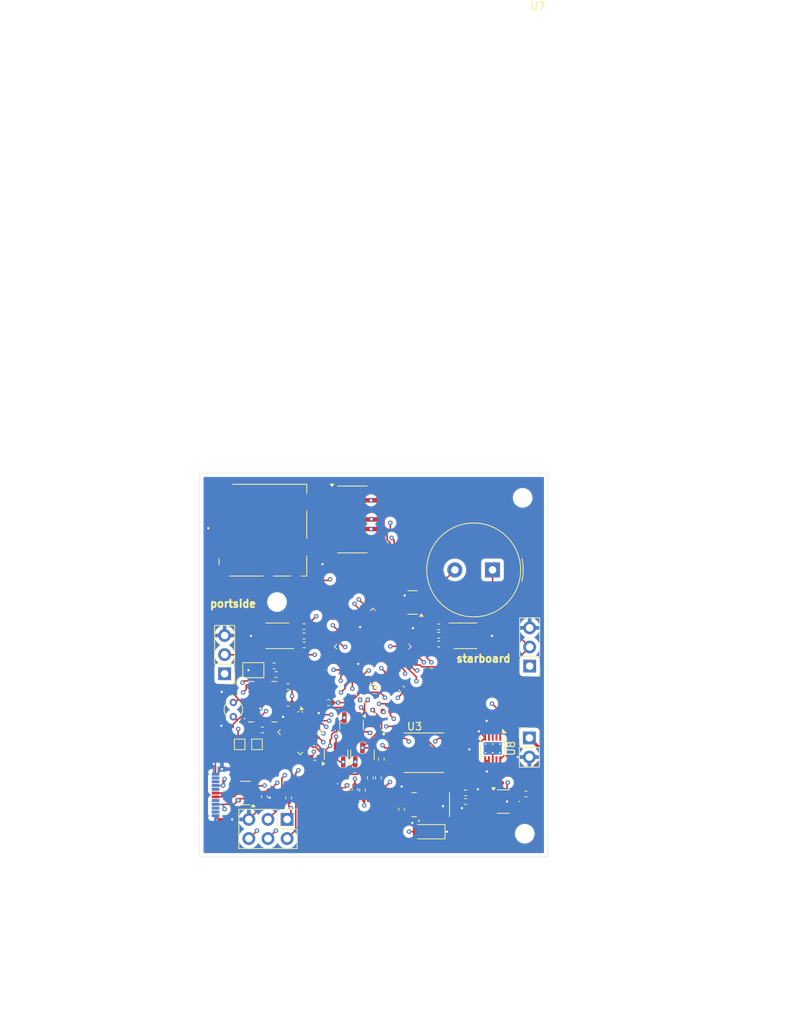
<source format=kicad_pcb>
(kicad_pcb (version 20240108) (generator "pcbnew") (generator_version "8.0")
  (layers (0 "F.Cu" mixed) (1 "In1.Cu" signal) (2 "In2.Cu" signal) (31 "B.Cu" power) (34 "B.Paste" user) (35 "F.Paste" user) (36 "B.SilkS" user "B.Silkscreen") (37 "F.SilkS" user "F.Silkscreen") (38 "B.Mask" user) (39 "F.Mask" user) (44 "Edge.Cuts" user))
  (net 0 "")
  (net 1 "Net-(ADR1-B)")
  (net 2 "GND")
  (net 3 "VBUS_out")
  (net 4 "Net-(U6-XOUT32{slash}CLKSEL1)")
  (net 5 "Net-(U6-XIN32)")
  (net 6 "Net-(U5-VIN)")
  (net 7 "Net-(U4-EN)")
  (net 8 "RST")
  (net 9 "Net-(U6-CAP)")
  (net 10 "Net-(D1-I{slash}O1)")
  (net 11 "Net-(D1-I{slash}O2)")
  (net 12 "Net-(D2-A)")
  (net 13 "Net-(D2-K)")
  (net 14 "Net-(D3-A)")
  (net 15 "Net-(D3-K)")
  (net 16 "Net-(D5-A)")
  (net 19 "Net-(J2-Pin_3)")
  (net 20 "Net-(J2-Pin_2)")
  (net 21 "Net-(J2-Pin_6)")
  (net 22 "UPDI")
  (net 23 "Net-(J3-CMD)")
  (net 24 "Net-(J3-DAT1)")
  (net 25 "Net-(J3-DAT0)")
  (net 26 "CD")
  (net 29 "Net-(J3-CLK)")
  (net 30 "/RX_UPDI")
  (net 31 "TX0")
  (net 32 "RX0")
  (net 33 "Net-(U5-EN)")
  (net 34 "Net-(U5-FB)")
  (net 35 "Net-(U6-~{RST})")
  (net 36 "Net-(U6-ENV_SCL)")
  (net 37 "Net-(U6-ENV_SDA)")
  (net 38 "SDA")
  (net 39 "SCL")
  (net 40 "Net-(U6-~{BOOT})")
  (net 55 "Net-(PORTSIDE_RGB1-RA)")
  (net 56 "PA3{slash}SS")
  (net 57 "PA1{slash}MOSI")
  (net 59 "Net-(PORTSIDE_RGB1-BA)")
  (net 61 "Net-(PORTSIDE_RGB1-GA)")
  (net 65 "D5")
  (net 67 "D6")
  (net 68 "BUZZER")
  (net 71 "PA0{slash}MISO")
  (net 72 "Net-(BZ1--)")
  (net 74 "D4")
  (net 79 "Net-(STARBOARD_RGB1-BA)")
  (net 80 "D7")
  (net 83 "Net-(STARBOARD_RGB1-RA)")
  (net 86 "Net-(STARBOARD_RGB1-GA)")
  (net 87 "PA2{slash}SCK")
  (net 88 "PORT_SERVO")
  (net 99 "PS1")
  (net 103 "INT")
  (net 104 "PS0{slash}WAKE")
  (net 109 "STAR_BLUE")
  (net 110 "STAR_SERVO")
  (net 111 "STAR_GREEN")
  (net 112 "PORT_GREEN")
  (net 113 "STAR_RED")
  (net 114 "PORT_RED")
  (net 115 "PORT_BLUE")
  (net 117 "Net-(L1-Pad2)")
  (net 119 "+5V")
  (footprint "Resistor_SMD:R_0402_1005Metric" (layer "F.Cu") (at 141.03062 130.33)
    (property "Reference" "R16" (hide yes))
    (property "Value" "19k1")
  )
  (footprint "Connector_PinHeader_2.54mm:PinHeader_2x03_P2.54mm_Vertical" (layer "F.Cu") (at 117.339473 133.847491 -90)
    (property "Reference" "J2" (hide yes))
    (property "Value" "Conn_02x03_Pin")
  )
  (footprint "Capacitor_SMD:C_0201_0603Metric" (layer "F.Cu") (at 132.540619 130.48 90)
    (property "Reference" "C4" (hide yes))
    (property "Value" "22u")
  )
  (footprint "Resistor_SMD:R_0402_1005Metric" (layer "F.Cu") (at 128.7 119.830001 90)
    (property "Reference" "R7" (hide yes))
    (property "Value" "4k7")
  )
  (footprint "Resistor_SMD:R_0402_1005Metric" (layer "F.Cu") (at 121.019999 125.62 180)
    (property "Reference" "R11" (hide yes))
    (property "Value" "4k7")
  )
  (footprint "LED_SMD:LED_0201_0603Metric" (layer "F.Cu") (at 149.040619 131.48)
    (property "Reference" "D5" (hide yes))
    (property "Value" "GREEN")
  )
  (footprint "Package_TO_SOT_SMD:SOT-23" (layer "F.Cu") (at 127.339473 125.284991 90)
    (property "Reference" "Q1" (hide yes))
    (property "Value" "BSS138")
  )
  (footprint "Resistor_SMD:R_0402_1005Metric" (layer "F.Cu") (at 122.849472 118.347491)
    (property "Reference" "R13" (hide yes))
    (property "Value" "4k7")
  )
  (footprint "LED_SMD:LED_0201_0603Metric" (layer "F.Cu") (at 127.839473 131.347491)
    (property "Reference" "D2" (hide yes))
    (property "Value" "LED")
  )
  (footprint "Connector_USB:USB_C_Plug_Molex_105444" (layer "F.Cu") (at 107.799473 130.597491 90)
    (property "Reference" "J1" (hide yes))
    (property "Value" "USB_C")
  )
  (footprint "Capacitor_SMD:C_0201_0603Metric" (layer "F.Cu") (at 117.07 119.44)
    (property "Reference" "C7" (hide yes))
    (property "Value" "0.1uF")
  )
  (footprint "Resistor_SMD:R_0402_1005Metric" (layer "F.Cu") (at 129.46 128.33 -90)
    (property "Reference" "R5" (hide yes))
    (property "Value" "0")
  )
  (footprint "Resistor_SMD:R_0402_1005Metric" (layer "F.Cu") (at 114.339473 130.847491 -90)
    (property "Reference" "R1" (hide yes))
    (property "Value" "1M")
  )
  (footprint "Resistor_SMD:R_0402_1005Metric" (layer "F.Cu") (at 130.540619 119.48)
    (property "Reference" "R21" (hide yes))
    (property "Value" "2.2k")
  )
  (footprint "Resistor_SMD:R_0402_1005Metric" (layer "F.Cu") (at 114.050618 121.98)
    (property "Reference" "R24" (hide yes))
    (property "Value" "10k")
  )
  (footprint "Inductor_SMD:L_0402_1005Metric" (layer "F.Cu") (at 141.938018 120.985582)
    (property "Reference" "L1" (hide yes))
    (property "Value" "6.8 uH")
  )
  (footprint "Package_QFP:TQFP-48_7x7mm_P0.5mm" (layer "F.Cu") (at 128.713404 110.920551 135)
    (property "Reference" "U2" (hide yes))
    (property "Value" "ATmega4809-A")
  )
  (footprint "Crystal:Crystal_C26-LF_D2.1mm_L6.5mm_Vertical" (layer "F.Cu") (at 110.203119 118.32 -90)
    (property "Reference" "Y1" (hide yes))
    (property "Value" "32.768kHz")
  )
  (footprint "Capacitor_SMD:C_0201_0603Metric" (layer "F.Cu") (at 145.119999 119.924923 180)
    (property "Reference" "C10" (hide yes))
    (property "Value" "100 uF")
  )
  (footprint "Resistor_SMD:R_0402_1005Metric" (layer "F.Cu") (at 117.480619 118.4375)
    (property "Reference" "R18" (hide yes))
    (property "Value" "10k")
  )
  (footprint "Resistor_SMD:R_0402_1005Metric" (layer "F.Cu") (at 115.623119 113.47 180)
    (property "Reference" "R23" (hide yes))
    (property "Value" "10k")
  )
  (footprint "Resistor_SMD:R_0402_1005Metric" (layer "F.Cu") (at 137.465619 109.41)
    (property "Reference" "R26" (hide yes))
    (property "Value" "220")
  )
  (footprint "Resistor_SMD:R_0402_1005Metric" (layer "F.Cu") (at 125.290619 129.85 90)
    (property "Reference" "R10" (hide yes))
    (property "Value" "4k7")
  )
  (footprint "Connector_PinHeader_2.54mm:PinHeader_1x03_P2.54mm_Vertical" (layer "F.Cu") (at 149.540619 113.505 180)
    (property "Reference" "J4" (hide yes))
    (property "Value" "STARBOARD_SERVO")
  )
  (footprint "Connector_PinHeader_2.54mm:PinHeader_1x02_P2.54mm_Vertical" (layer "F.Cu") (at 149.500139 123.030063)
    (property "Reference" "J6" (hide yes))
    (property "Value" "Conn_01x02_Pin")
  )
  (footprint "Connector_PinHeader_2.54mm:PinHeader_1x03_P2.54mm_Vertical" (layer "F.Cu") (at 109.040619 114.52 180)
    (property "Reference" "J5" (hide yes))
    (property "Value" "PORTSIDE_SERVO")
  )
  (footprint "Resistor_SMD:R_0402_1005Metric" (layer "F.Cu") (at 119.600001 109.49)
    (property "Reference" "R29" (hide yes))
    (property "Value" "220")
  )
  (footprint "Package_DFN_QFN:DFN-10-1EP_3x3mm_P0.5mm_EP1.65x2.38mm_ThermalVias" (layer "F.Cu") (at 144.635352 124.43 -90)
    (property "Reference" "U8")
    (property "Value" "TPS61092")
  )
  (footprint "Capacitor_SMD:C_0201_0603Metric" (layer "F.Cu") (at 109.97 116.92 180)
    (property "Reference" "C2" (hide yes))
    (property "Value" "22pF")
  )
  (footprint "Resistor_SMD:R_0402_1005Metric" (layer "F.Cu") (at 127.540619 117.98 180)
    (property "Reference" "R9" (hide yes))
    (property "Value" "4k7")
  )
  (footprint "Resistor_SMD:R_0402_1005Metric" (layer "F.Cu") (at 149.040619 130.48)
    (property "Reference" "R17" (hide yes))
    (property "Value" "330R")
  )
  (footprint "Resistor_SMD:R_0402_1005Metric" (layer "F.Cu") (at 128.39 128.34 90)
    (property "Reference" "R6" (hide yes))
    (property "Value" "4k7")
  )
  (footprint "Capacitor_SMD:C_0201_0603Metric" (layer "F.Cu") (at 140.877358 124.87467 90)
    (property "Reference" "C8" (hide yes))
    (property "Value" "10 uF")
  )
  (footprint "LED_SMD:LED_0201_0603Metric" (layer "F.Cu") (at 124.040619 129.98 -90)
    (property "Reference" "D3" (hide yes))
    (property "Value" "LED")
  )
  (footprint "Package_TO_SOT_SMD:SOT-23-5" (layer "F.Cu") (at 146.040619 131.48)
    (property "Reference" "U4" (hide yes))
    (property "Value" "AP2112K-3.3")
  )
  (footprint "Capacitor_SMD:C_0201_0603Metric" (layer "F.Cu") (at 109.73 121.51 180)
    (property "Reference" "C3" (hide yes))
    (property "Value" "22pF")
  )
  (footprint "Resistor_SMD:R_0402_1005Metric" (layer "F.Cu") (at 128.339473 121.847491 -90)
    (property "Reference" "R12" (hide yes))
    (property "Value" "4k7")
  )
  (footprint "LED_SMD:LED_ROHM_SMLVN6" (layer "F.Cu") (at 116.040619 109.48 180)
    (property "Reference" "PORTSIDE_RGB1" (hide yes))
    (property "Value" "SMLVN6RGB")
  )
  (footprint "Resistor_SMD:R_0402_1005Metric" (layer "F.Cu") (at 137.465619 108.3)
    (property "Reference" "R25" (hide yes))
    (property "Value" "220")
  )
  (footprint "Diode_SMD:Nexperia_CFP3_SOD-123W" (layer "F.Cu") (at 136.040619 135.48 180)
    (property "Reference" "D6" (hide yes))
    (property "Value" "PMEG6020ER")
  )
  (footprint "Resistor_SMD:R_0402_1005Metric" (layer "F.Cu") (at 117.460619 116.2075)
    (property "Reference" "R19" (hide yes))
    (property "Value" "4.7k")
  )
  (footprint "MPM3610AGQV_P:CONV_MPM3620AGQV-P" (layer "F.Cu") (at 136.400619 131.89 90)
    (property "Reference" "U5" (hide yes))
    (property "Value" "MPM3610AGQV-P")
  )
  (footprint "Resistor_SMD:R_0402_1005Metric" (layer "F.Cu") (at 132.540619 116.48 135)
    (property "Reference" "R22" (hide yes))
    (property "Value" "2.2k")
  )
  (footprint "Resistor_SMD:R_0402_1005Metric" (layer "F.Cu") (at 137.465619 110.56)
    (property "Reference" "R27" (hide yes))
    (property "Value" "220")
  )
  (footprint "Resistor_SMD:R_0402_1005Metric" (layer "F.Cu") (at 119.61 110.69)
    (property "Reference" "R28" (hide yes))
    (property "Value" "220")
  )
  (footprint "MountingHole:MountingHole_2.2mm_M2" (layer "F.Cu") (at 148.89 135.75)
    (property "Reference" "REF**" (hide yes))
    (property "Value" "MountingHole_2.2mm_M2")
  )
  (footprint "Resistor_SMD:R_0402_1005Metric" (layer "F.Cu") (at 132.540619 132.48 -90)
    (property "Reference" "R14" (hide yes))
    (property "Value" "100k")
  )
  (footprint "Resistor_SMD:R_0402_1005Metric" (layer "F.Cu") (at 119.59 108.27)
    (property "Reference" "R30" (hide yes))
    (property "Value" "220")
  )
  (footprint "Capacitor_SMD:C_0201_0603Metric" (layer "F.Cu") (at 115.540619 130.135 -90)
    (property "Reference" "C1" (hide yes))
    (property "Value" "4n7")
  )
  (footprint "Resistor_SMD:R_0402_1005Metric" (layer "F.Cu") (at 115.863119 114.62)
    (property "Reference" "R20" (hide yes))
    (property "Value" "4.7k")
  )
  (footprint "Jumper:SolderJumper-2_P1.3mm_Bridged2Bar_Pad1.0x1.5mm" (layer "F.Cu") (at 112.853119 114.0425)
    (property "Reference" "ADR1" (hide yes))
    (property "Value" "~")
  )
  (footprint "Capacitor_SMD:C_0201_0603Metric" (layer "F.Cu") (at 145.119999 120.632029 180)
    (property "Reference" "C9" (hide yes))
    (property "Value" "2.2uF")
  )
  (footprint "Connector_Card:microSD_HC_Molex_104031-0811" (layer "F.Cu") (at 114.128119 95.48 90)
    (property "Reference" "J3" (hide yes))
    (property "Value" "Micro_SD_Card_Det1")
  )
  (footprint "LED_SMD:LED_ROHM_SMLVN6" (layer "F.Cu") (at 141.015619 109.48)
    (property "Reference" "STARBOARD_RGB1" (hide yes))
    (property "Value" "SMLVN6RGB")
  )
  (footprint "Buzzer_Beeper:Buzzer_TDK_PS1240P02BT_D12.2mm_H6.5mm" (layer "F.Cu") (at 144.61 100.74 180)
    (property "Reference" "BZ1" (hide yes))
    (property "Value" "Buzzer")
  )
  (footprint "Resistor_SMD:R_0402_1005Metric" (layer "F.Cu") (at 117.540619 130.98 90)
    (property "Reference" "R2" (hide yes))
    (property "Value" "4k7")
  )
  (footprint "Package_TO_SOT_SMD:SOT-143" (layer "F.Cu") (at 111.839473 130.347491 180)
    (property "Reference" "D1" (hide yes))
    (property "Value" "PRTR5V0U2X")
  )
  (footprint "MountingHole:MountingHole_2.2mm_M2" (layer "F.Cu") (at 116 105)
    (property "Reference" "REF**" (hide yes))
    (property "Value" "MountingHole_2.2mm_M2")
  )
  (footprint "Package_DFN_QFN:QFN-24-1EP_4x4mm_P0.5mm_EP2.6x2.6mm" (layer "F.Cu") (at 119.089473 122.284991 -45)
    (property "Reference" "U1" (hide yes))
    (property "Value" "ATSAMD11D14A-M")
  )
  (footprint "BNO086:IC_BNO086" (layer "F.Cu") (at 114.103119 118.23 90)
    (property "Reference" "U6" (hide yes))
    (property "Value" "BNO086")
  )
  (footprint "Resistor_SMD:R_0402_1005Metric" (layer "F.Cu") (at 127.35 129.97 -90)
    (property "Reference" "R4" (hide yes))
    (property "Value" "330")
  )
  (footprint "TestPoint:TestPoint_Pad_1.0x1.0mm" (layer "F.Cu") (at 111.040619 123.887491 90)
    (property "Reference" "TP2" (hide yes))
    (property "Value" "TestPoint")
  )
  (footprint "Resistor_SMD:R_0402_1005Metric" (layer "F.Cu") (at 141.03062 131.48 180)
    (property "Reference" "R15" (hide yes))
    (property "Value" "100k")
  )
  (footprint "Package_TO_SOT_SMD:SOT-23" (layer "F.Cu") (at 125.889473 121.284991 -90)
    (property "Reference" "Q3" (hide yes))
    (property "Value" "BSS138")
  )
  (footprint "TestPoint:TestPoint_Pad_1.0x1.0mm" (layer "F.Cu") (at 113.339473 123.887491 90)
    (property "Reference" "TP1" (hide yes))
    (property "Value" "TestPoint")
  )
  (footprint "Package_TO_SOT_SMD:SOT-23" (layer "F.Cu") (at 134 105.0625 180)
    (property "Reference" "Q4" (hide yes))
    (property "Value" "BSS138")
  )
  (footprint "MountingHole:MountingHole_2.2mm_M2" (layer "F.Cu") (at 148.61 91.17)
    (property "Reference" "REF**" (hide yes))
    (property "Value" "MountingHole_2.2mm_M2")
  )
  (footprint "Resistor_SMD:R_0402_1005Metric" (layer "F.Cu") (at 129.839473 125.85749 90)
    (property "Reference" "R8" (hide yes))
    (property "Value" "DNP")
  )
  (footprint "Capacitor_SMD:C_0201_0603Metric" (layer "F.Cu") (at 142.540619 131.16 90)
    (property "Reference" "C5" (hide yes))
    (property "Value" "22u")
  )
  (footprint "Package_TO_SOT_SMD:SOT-23" (layer "F.Cu") (at 123.839473 125.284992 90)
    (property "Reference" "Q2" (hide yes))
    (property "Value" "BSS138")
  )
  (footprint "Resistor_SMD:R_0402_1005Metric" (layer "F.Cu") (at 126.339473 129.85 -90)
    (property "Reference" "R3" (hide yes))
    (property "Value" "330")
  )
  (footprint "Package_SO:SOIC-14_3.9x8.7mm_P1.27mm" (layer "F.Cu") (at 126.008119 94.04)
    (property "Reference" "U7")
    (property "Value" "TXB0104D")
  )
  (footprint "Capacitor_SMD:C_0201_0603Metric" (layer "F.Cu") (at 146.220619 128.98 180)
    (property "Reference" "C6" (hide yes))
    (property "Value" "1u")
  )
  (footprint "AT25DF641A-SH-T:SOIC127P798X216-8N" (layer "F.Cu") (at 135.5 125)
    (property "Reference" "U3")
    (property "Value" "AT25DF641A-SH-T")
  )
  (gr_rect (start 105.740619 87.9) (end 151.940619 138.82) (stroke (width 0.05)) (fill none) (layer "Edge.Cuts"))
  (gr_text "starboard" (at 139.67 113.09 0) (layer "F.SilkS") (effects (font (size 1 1) (thickness 0.25) (bold yes)) (justify left bottom)))
  (gr_text "portside" (at 106.97 105.8 0) (layer "F.SilkS") (effects (font (size 1 1) (thickness 0.25) (bold yes)) (justify left bottom)))
  (segment (start 114.540619 114.0425) (end 115.113119 113.47) (width 0.2) (layer "F.Cu") (net 1))
  (segment (start 114.353119 115.9175) (end 114.353119 114.23) (width 0.2) (layer "F.Cu") (net 1))
  (segment (start 113.503119 114.0425) (end 114.540619 114.0425) (width 0.2) (layer "F.Cu") (net 1))
  (segment (start 114.353119 114.23) (end 114.540619 114.0425) (width 0.2) (layer "F.Cu") (net 1))
  (segment (start 132.540619 127.575619) (end 131.87 126.905) (width 0.2) (layer "F.Cu") (net 2))
  (segment (start 132.95 104.95) (end 133.0625 105.0625) (width 0.2) (layer "F.Cu") (net 2))
  (segment (start 115.028119 130.9675) (end 115.540619 130.455) (width 0.2) (layer "F.Cu") (net 2))
  (segment (start 144.24 121.19) (end 144.412892 121.19) (width 0.2) (layer "F.Cu") (net 2))
  (segment (start 136.375619 132.915) (end 136.375619 132.29) (width 0.2) (layer "F.Cu") (net 2))
  (segment (start 109.41 121.51) (end 108.7 121.51) (width 0.2) (layer "F.Cu") (net 2))
  (segment (start 146.597852 125.405) (end 146.774629 125.581777) (width 0.2) (layer "F.Cu") (net 2))
  (segment (start 143.490619 110.53) (end 144.540619 109.48) (width 0.2) (layer "F.Cu") (net 2))
  (segment (start 127.033159 108.179646) (end 127.033159 108.323687) (width 0.2) (layer "F.Cu") (net 2))
  (segment (start 110.040619 133.847491) (end 108.849473 133.847491) (width 0.2) (layer "F.Cu") (net 2))
  (segment (start 112.540619 109.48) (end 113.590619 110.53) (width 0.2) (layer "F.Cu") (net 2))
  (segment (start 117.39 119.44) (end 117.39 119.65) (width 0.2) (layer "F.Cu") (net 2))
  (segment (start 107.839473 126.728854) (end 107.590619 126.48) (width 0.2) (layer "F.Cu") (net 2))
  (segment (start 113.353118 120.5425) (end 113.353118 119.570001) (width 0.2) (layer "F.Cu") (net 2))
  (segment (start 133.628829 108.48) (end 134.040619 108.48) (width 0.2) (layer "F.Cu") (net 2))
  (segment (start 106.88 95.2) (end 106.965 95.285) (width 0.2) (layer "F.Cu") (net 2))
  (segment (start 144.412892 121.48) (end 144.635352 121.70246) (width 0.2) (layer "F.Cu") (net 2))
  (segment (start 113.353118 119.570001) (end 113.783119 119.14) (width 0.2) (layer "F.Cu") (net 2))
  (segment (start 143.83 120.78) (end 144.24 121.19) (width 0.2) (layer "F.Cu") (net 2))
  (segment (start 108.509473 134.017491) (end 107.839473 133.347491) (width 0.2) (layer "F.Cu") (net 2))
  (segment (start 109.65 116.92) (end 108.66 116.92) (width 0.2) (layer "F.Cu") (net 2))
  (segment (start 142.472522 124.55467) (end 140.877358 124.55467) (width 0.2) (layer "F.Cu") (net 2))
  (segment (start 114.443119 118.48) (end 113.783119 119.14) (width 0.2) (layer "F.Cu") (net 2))
  (segment (start 114.339473 131.357491) (end 114.339473 131.767491) (width 0.2) (layer "F.Cu") (net 2))
  (segment (start 108.849473 133.847491) (end 108.679473 134.017491) (width 0.2) (layer "F.Cu") (net 2))
  (segment (start 108.679473 134.017491) (end 108.509473 134.017491) (width 0.2) (layer "F.Cu") (net 2))
  (segment (start 143.920704 126.094648) (end 144.135352 125.88) (width 0.2) (layer "F.Cu") (net 2))
  (segment (start 144.540619 109.48) (end 143.490619 108.43) (width 0.2) (layer "F.Cu") (net 2))
  (segment (start 112.259473 133.847491) (end 110.040619 133.847491) (width 0.2) (layer "F.Cu") (net 2))
  (segment (start 132.894173 109.214656) (end 133.628829 108.48) (width 0.2) (layer "F.Cu") (net 2))
  (segment (start 132.540619 129.48) (end 132.540619 127.575619) (width 0.2) (layer "F.Cu") (net 2))
  (segment (start 136.375619 132.29) (end 136.575621 132.089998) (width 0.2) (layer "F.Cu") (net 2))
  (segment (start 137.440618 135.48) (end 138.540619 135.48) (width 0.2) (layer "F.Cu") (net 2))
  (segment (start 112.540619 109.48) (end 114.515619 109.48) (width 0.2) (layer "F.Cu") (net 2))
  (segment (start 113.590619 110.53) (end 114.515619 110.53) (width 0.2) (layer "F.Cu") (net 2))
  (segment (start 107.839473 127.847491) (end 108.009473 127.847491) (width 0.2) (layer "F.Cu") (net 2))
  (segment (start 120.800619 101.22) (end 122.040619 99.98) (width 0.2) (layer "F.Cu") (net 2))
  (segment (start 106.965 95.285) (end 108.678119 95.285) (width 0.2) (layer "F.Cu") (net 2))
  (segment (start 117.39 119.65) (end 116.8 120.24) (width 0.2) (layer "F.Cu") (net 2))
  (segment (start 146.774629 125.581777) (end 147.948426 125.581777) (width 0.2) (layer "F.Cu") (net 2))
  (segment (start 145.900619 128.98) (end 145.900619 130.84) (width 0.2) (layer "F.Cu") (net 2))
  (segment (start 136.575621 132.089998) (end 138.040619 132.089998) (width 0.2) (layer "F.Cu") (net 2))
  (segment (start 144.540619 109.48) (end 142.540619 109.48) (width 0.2) (layer "F.Cu") (net 2))
  (segment (start 143.85 127.49) (end 143.85 126.094648) (width 0.2) (layer "F.Cu") (net 2))
  (segment (start 108.009473 127.847491) (end 108.679473 127.177491) (width 0.2) (layer "F.Cu") (net 2))
  (segment (start 109.040619 109.440001) (end 112.50062 109.440001) (width 0.2) (layer "F.Cu") (net 2))
  (segment (start 143.635352 122.98) (end 143.62 122.98) (width 0.2) (layer "F.Cu") (net 2))
  (segment (start 142.672852 123.455) (end 142.672852 124.755) (width 0.2) (layer "F.Cu") (net 2))
  (segment (start 132.95 104.13) (end 132.95 104.95) (width 0.2) (layer "F.Cu") (net 2))
  (segment (start 143.85 126.094648) (end 143.920704 126.094648) (width 0.2) (layer "F.Cu") (net 2))
  (segment (start 123.533119 97.85) (end 122.040619 99.3425) (width 0.2) (layer "F.Cu") (net 2))
  (segment (start 144.799999 120.632029) (end 144.799999 119.924922) (width 0.2) (layer "F.Cu") (net 2))
  (segment (start 118.528119 101.22) (end 120.800619 101.22) (width 0.2) (layer "F.Cu") (net 2))
  (segment (start 143.85 126.094648) (end 143.635352 125.88) (width 0.2) (layer "F.Cu") (net 2))
  (segment (start 142.66 129.86) (end 142.540619 129.979381) (width 0.2) (layer "F.Cu") (net 2))
  (segment (start 142.66 129.86) (end 142.010619 129.86) (width 0.2) (layer "F.Cu") (net 2))
  (segment (start 142.540619 110.53) (end 143.490619 110.53) (width 0.2) (layer "F.Cu") (net 2))
  (segment (start 120.570355 119.743449) (end 121.540619 119.743449) (width 0.2) (layer "F.Cu") (net 2))
  (segment (start 144.412892 121.019136) (end 144.412892 121.19) (width 0.2) (layer "F.Cu") (net 2))
  (segment (start 145.635352 125.88) (end 146.110352 125.405) (width 0.2) (layer "F.Cu") (net 2))
  (segment (start 149.500139 125.570063) (end 149.488426 125.581777) (width 0.2) (layer "F.Cu") (net 2))
  (segment (start 149.488426 125.581777) (end 147.948426 125.581777) (width 0.2) (layer "F.Cu") (net 2))
  (segment (start 148.720619 131.48) (end 146.540619 131.48) (width 0.2) (layer "F.Cu") (net 2))
  (segment (start 108.7 121.51) (end 108.61 121.42) (width 0.2) (layer "F.Cu") (net 2))
  (segment (start 113.590619 108.43) (end 114.515619 108.43) (width 0.2) (layer "F.Cu") (net 2))
  (segment (start 132.540619 130.16) (end 132.540619 129.48) (width 0.2) (layer "F.Cu") (net 2))
  (segment (start 113.123119 118.48) (end 112.540619 118.48) (width 0.2) (layer "F.Cu") (net 2))
  (segment (start 122.040619 99.3425) (end 122.040619 99.98) (width 0.2) (layer "F.Cu") (net 2))
  (segment (start 114.339473 131.357491) (end 114.638128 131.357491) (width 0.2) (layer "F.Cu") (net 2))
  (segment (start 142.672852 124.755) (end 142.472522 124.55467) (width 0.2) (layer "F.Cu") (net 2))
  (segment (start 125.946849 114.04066) (end 125.954748 114.04066) (width 0.2) (layer "F.Cu") (net 2))
  (segment (start 143.160352 123.455) (end 142.672852 123.455) (width 0.2) (layer "F.Cu") (net 2))
  (segment (start 114.339473 131.767491) (end 112.259473 133.847491) (width 0.2) (layer "F.Cu") (net 2))
  (segment (start 143.62 122.98) (end 142.8 122.16) (width 0.2) (layer "F.Cu") (net 2))
  (segment (start 115.665619 118.48) (end 114.443119 118.48) (width 0.2) (layer "F.Cu") (net 2))
  (segment (start 119.929162 120.384642) (end 120.570355 119.743449) (width 0.2) (layer "F.Cu") (net 2))
  (segment (start 112.50062 109.440001) (end 112.540619 109.48) (width 0.2) (layer "F.Cu") (net 2))
  (segment (start 112.540619 109.48) (end 113.590619 108.43) (width 0.2) (layer "F.Cu") (net 2))
  (segment (start 113.783119 119.14) (end 113.123119 118.48) (width 0.2) (layer "F.Cu") (net 2))
  (segment (start 125.954748 114.04066) (end 126.782022 113.213386) (width 0.2) (layer "F.Cu") (net 2))
  (segment (start 126.300402 107.446889) (end 127.033159 108.179646) (width 0.2) (layer "F.Cu") (net 2))
  (segment (start 144.799999 120.632029) (end 144.412892 121.019136) (width 0.2) (layer "F.Cu") (net 2))
  (segment (start 142.010619 129.86) (end 141.540619 130.33) (width 0.2) (layer "F.Cu") (net 2))
  (segment (start 143.490619 108.43) (end 142.540619 108.43) (width 0.2) (layer "F.Cu") (net 2))
  (segment (start 143.635352 122.98) (end 143.160352 123.455) (width 0.2) (layer "F.Cu") (net 2))
  (segment (start 146.110352 125.405) (end 146.597852 125.405) (width 0.2) (layer "F.Cu") (net 2))
  (segment (start 136.150619 133.14) (end 136.375619 132.915) (width 0.2) (layer "F.Cu") (net 2))
  (segment (start 144.903119 131.48) (end 146.540619 131.48) (width 0.2) (layer "F.Cu") (net 2))
  (segment (start 142.540619 129.979381) (end 142.540619 130.84) (width 0.2) (layer "F.Cu") (net 2))
  (segment (start 114.638128 131.357491) (end 115.028119 130.9675) (width 0.2) (layer "F.Cu") (net 2))
  (segment (start 144.412892 121.19) (end 144.412892 121.48) (width 0.2) (layer "F.Cu") (net 2))
  (segment (start 145.900619 130.84) (end 146.540619 131.48) (width 0.2) (layer "F.Cu") (net 2))
  (segment (start 144.635352 121.70246) (end 144.635352 122.98) (width 0.2) (layer "F.Cu") (net 2))
  (segment (start 107.839473 127.847491) (end 107.839473 126.728854) (width 0.2) (layer "F.Cu") (net 2))
  (via (at 143.85 127.49) (size 0.6) (drill 0.3) (layers "F.Cu" "B.Cu") (net 2))
  (via (at 132.95 104.13) (size 0.6) (drill 0.3) (layers "F.Cu" "B.Cu") (net 2))
  (via (at 138.040619 132.089998) (size 0.6) (drill 0.3) (layers "F.Cu" "B.Cu") (net 2))
  (via (at 134.040619 108.48) (size 0.6) (drill 0.3) (layers "F.Cu" "B.Cu") (net 2))
  (via (at 113.783119 119.14) (size 0.6) (drill 0.3) (layers "F.Cu" "B.Cu") (net 2))
  (via (at 147.948426 125.581777) (size 0.6) (drill 0.3) (layers "F.Cu" "B.Cu") (net 2))
  (via (at 108.679473 127.177491) (size 0.6) (drill 0.3) (layers "F.Cu" "B.Cu") (net 2))
  (via (at 108.66 116.92) (size 0.6) (drill 0.3) (layers "F.Cu" "B.Cu") (net 2))
  (via (at 127.033159 108.323687) (size 0.6) (drill 0.3) (layers "F.Cu" "B.Cu") (net 2))
  (via (at 110.040619 133.847491) (size 0.6) (drill 0.3) (layers "F.Cu" "B.Cu") (net 2))
  (via (at 112.203119 114.0425) (size 0.6) (drill 0.3) (layers "F.Cu" "B.Cu") (net 2))
  (via (at 121.540619 119.743449) (size 0.6) (drill 0.3) (layers "F.Cu" "B.Cu") (net 2))
  (via (at 107.590619 126.48) (size 0.6) (drill 0.3) (layers "F.Cu" "B.Cu") (net 2))
  (via (at 142.8 122.16) (size 0.6) (drill 0.3) (layers "F.Cu" "B.Cu") (net 2))
  (via (at 126.782022 113.213386) (size 0.6) (drill 0.3) (layers "F.Cu" "B.Cu") (net 2))
  (via (at 112.540619 109.48) (size 0.6) (drill 0.3) (layers "F.Cu" "B.Cu") (net 2))
  (via (at 146.540619 131.48) (size 0.6) (drill 0.3) (layers "F.Cu" "B.Cu") (net 2))
  (via (at 115.028119 130.9675) (size 0.6) (drill 0.3) (layers "F.Cu" "B.Cu") (net 2))
  (via (at 108.61 121.42) (size 0.6) (drill 0.3) (layers "F.Cu" "B.Cu") (net 2))
  (via (at 142.66 129.86) (size 0.6) (drill 0.3) (layers "F.Cu" "B.Cu") (net 2))
  (via (at 144.540619 109.48) (size 0.6) (drill 0.3) (layers "F.Cu" "B.Cu") (net 2))
  (via (at 122.040619 99.98) (size 0.6) (drill 0.3) (layers "F.Cu" "B.Cu") (net 2))
  (via (at 132.540619 129.48) (size 0.6) (drill 0.3) (layers "F.Cu" "B.Cu") (net 2))
  (via (at 141.540619 124.55467) (size 0.6) (drill 0.3) (layers "F.Cu" "B.Cu") (net 2))
  (via (at 116.8 120.24) (size 0.6) (drill 0.3) (layers "F.Cu" "B.Cu") (net 2))
  (via (at 138.540619 135.48) (size 0.6) (drill 0.3) (layers "F.Cu" "B.Cu") (net 2))
  (via (at 143.83 120.78) (size 0.6) (drill 0.3) (layers "F.Cu" "B.Cu") (net 2))
  (via (at 106.88 95.2) (size 0.6) (drill 0.3) (layers "F.Cu" "B.Cu") (net 2))
  (segment (start 107.590619 126.48) (end 107.590619 127.598637) (width 0.2) (layer "B.Cu") (net 2))
  (segment (start 142.8 122.16) (end 142.8 121.81) (width 0.2) (layer "B.Cu") (net 2))
  (segment (start 142.8 121.81) (end 143.83 120.78) (width 0.2) (layer "B.Cu") (net 2))
  (segment (start 107.590619 127.598637) (end 107.839473 127.847491) (width 0.2) (layer "B.Cu") (net 2))
  (segment (start 151.040619 124.570543) (end 151.040619 126.025116) (width 0.4) (layer "F.Cu") (net 3))
  (segment (start 138.925619 133.99) (end 138.925619 129.152233) (width 0.2) (layer "F.Cu") (net 3))
  (segment (start 108.629473 131.847491) (end 109.040619 132.258637) (width 0.2) (layer "F.Cu") (net 3))
  (segment (start 109.040619 132.258637) (end 109.040619 132.48) (width 0.2) (layer "F.Cu") (net 3))
  (segment (start 142.672852 125.405) (end 142.672852 128.36) (width 0.2) (layer "F.Cu") (net 3))
  (segment (start 142.672852 125.405) (end 141.087688 125.404999) (width 0.2) (layer "F.Cu") (net 3))
  (segment (start 140.377357 122.061243) (end 140.377357 124.894668) (width 0.2) (layer "F.Cu") (net 3))
  (segment (start 151.040619 126.025116) (end 149.085735 127.98) (width 0.4) (layer "F.Cu") (net 3))
  (segment (start 135.500618 133.14) (end 135.500618 133.89) (width 0.2) (layer "F.Cu") (net 3))
  (segment (start 144.635352 125.005) (end 144.635352 125.88) (width 0.2) (layer "F.Cu") (net 3))
  (segment (start 112.839473 131.097491) (end 113.579473 131.097491) (width 0.2) (layer "F.Cu") (net 3))
  (segment (start 108.839473 129.347491) (end 107.939473 129.347491) (width 0.2) (layer "F.Cu") (net 3))
  (segment (start 142.672852 128.36) (end 144.268704 128.36) (width 0.2) (layer "F.Cu") (net 3))
  (segment (start 107.839473 131.847491) (end 110.289473 131.847491) (width 0.2) (layer "F.Cu") (net 3))
  (segment (start 141.453018 120.985582) (end 140.377357 122.061243) (width 0.2) (layer "F.Cu") (net 3))
  (segment (start 109.040619 128.48) (end 108.839473 128.681146) (width 0.2) (layer "F.Cu") (net 3))
  (segment (start 114.861964 129.815) (end 115.540619 129.815) (width 0.2) (layer "F.Cu") (net 3))
  (segment (start 140.677359 125.194668) (end 140.877358 125.194669) (width 0.2) (layer "F.Cu") (net 3))
  (segment (start 135.500618 133.89) (end 135.600618 133.99) (width 0.2) (layer "F.Cu") (net 3))
  (segment (start 145.272 127.98) (end 144.960352 127.668352) (width 0.4) (layer "F.Cu") (net 3))
  (segment (start 144.268704 128.36) (end 144.960352 127.668352) (width 0.2) (layer "F.Cu") (net 3))
  (segment (start 144.960352 127.668352) (end 144.635352 127.343352) (width 0.2) (layer "F.Cu") (net 3))
  (segment (start 115.540619 129.815) (end 115.540619 129.48) (width 0.2) (layer "F.Cu") (net 3))
  (segment (start 113.579473 131.097491) (end 114.339473 130.337491) (width 0.2) (layer "F.Cu") (net 3))
  (segment (start 135.500618 134.620002) (end 135.500618 133.14) (width 0.2) (layer "F.Cu") (net 3))
  (segment (start 141.087688 125.404999) (end 140.877358 125.194669) (width 0.2) (layer "F.Cu") (net 3))
  (segment (start 115.540619 129.48) (end 116.040619 128.98) (width 0.2) (layer "F.Cu") (net 3))
  (segment (start 112.839473 131.097491) (end 111.039473 131.097491) (width 0.2) (layer "F.Cu") (net 3))
  (segment (start 138.925619 129.152233) (end 142.672852 125.405) (width 0.2) (layer "F.Cu") (net 3))
  (segment (start 111.039473 131.097491) (end 110.839473 131.297491) (width 0.2) (layer "F.Cu") (net 3))
  (segment (start 107.839473 131.847491) (end 108.629473 131.847491) (width 0.2) (layer "F.Cu") (net 3))
  (segment (start 149.500139 123.030063) (end 151.040619 124.570543) (width 0.4) (layer "F.Cu") (net 3))
  (segment (start 134.64062 135.48) (end 135.500618 134.620002) (width 0.2) (layer "F.Cu") (net 3))
  (segment (start 144.635352 127.343352) (end 144.635352 125.88) (width 0.2) (layer "F.Cu") (net 3))
  (segment (start 140.377357 124.894668) (end 140.677359 125.194668) (width 0.2) (layer "F.Cu") (net 3))
  (segment (start 114.339473 130.337491) (end 114.861964 129.815) (width 0.2) (layer "F.Cu") (net 3))
  (segment (start 108.839473 128.681146) (end 108.839473 129.347491) (width 0.2) (layer "F.Cu") (net 3))
  (segment (start 149.085735 127.98) (end 145.272 127.98) (width 0.4) (layer "F.Cu") (net 3))
  (segment (start 110.839473 131.297491) (end 110.289473 131.847491) (width 0.2) (layer "F.Cu") (net 3))
  (segment (start 135.600618 133.99) (end 138.925619 133.99) (width 0.2) (layer "F.Cu") (net 3))
  (segment (start 134.64062 135.48) (end 133.540619 135.48) (width 0.2) (layer "F.Cu") (net 3))
  (via (at 109.040619 128.48) (size 0.6) (drill 0.3) (layers "F.Cu" "B.Cu") (net 3))
  (via (at 133.540619 135.48) (size 0.6) (drill 0.3) (layers "F.Cu" "B.Cu") (net 3))
  (via (at 116.040619 128.98) (size 0.6) (drill 0.3) (layers "F.Cu" "B.Cu") (net 3))
  (via (at 110.839473 131.297491) (size 0.6) (drill 0.3) (layers "F.Cu" "B.Cu") (net 3))
  (via (at 109.040619 132.48) (size 0.6) (drill 0.3) (layers "F.Cu" "B.Cu") (net 3))
  (via (at 108.839473 129.347491) (size 0.6) (drill 0.3) (layers "F.Cu" "B.Cu") (net 3))
  (segment (start 108.629473 129.347491) (end 107.839473 129.347491) (width 0.2) (layer "B.Cu") (net 3))
  (segment (start 109.040619 132.238637) (end 108.649473 131.847491) (width 0.2) (layer "B.Cu") (net 3))
  (segment (start 109.040619 128.936345) (end 108.629473 129.347491) (width 0.2) (layer "B.Cu") (net 3))
  (segment (start 108.649473 131.847491) (end 107.839473 131.847491) (width 0.2) (layer "B.Cu") (net 3))
  (segment (start 109.040619 128.48) (end 109.040619 128.936345) (width 0.2) (layer "B.Cu") (net 3))
  (segment (start 109.040619 132.48) (end 109.040619 132.238637) (width 0.2) (layer "B.Cu") (net 3))
  (segment (start 110.29 117.291881) (end 110.29 116.92) (width 0.2) (layer "F.Cu") (net 4))
  (segment (start 112.540619 118.98) (end 111.978119 118.98) (width 0.2) (layer "F.Cu") (net 4))
  (segment (start 110.89406 117.89594) (end 110.29 117.291881) (width 0.2) (layer "F.Cu") (net 4))
  (segment (start 111.978119 118.98) (end 110.89406 117.89594) (width 0.2) (layer "F.Cu") (net 4))
  (segment (start 110.47 118.32) (end 110.89406 117.89594) (width 0.2) (layer "F.Cu") (net 4))
  (segment (start 110.203119 118.32) (end 110.47 118.32) (width 0.2) (layer "F.Cu") (net 4))
  (segment (start 112.540619 119.48) (end 111.912433 119.48) (width 0.2) (layer "F.Cu") (net 5))
  (segment (start 110.203119 120.22) (end 110.23 120.22) (width 0.2) (layer "F.Cu") (net 5))
  (segment (start 110.701217 120.691217) (end 110.05 121.342433) (width 0.2) (layer "F.Cu") (net 5))
  (segment (start 111.912433 119.48) (end 110.701217 120.691217) (width 0.2) (layer "F.Cu") (net 5))
  (segment (start 110.23 120.22) (end 110.701217 120.691217) (width 0.2) (layer "F.Cu") (net 5))
  (segment (start 110.05 121.342433) (end 110.05 121.51) (width 0.2) (layer "F.Cu") (net 5))
  (segment (start 132.540619 131.97) (end 132.540619 130.8) (width 0.2) (layer "F.Cu") (net 6))
  (segment (start 134.150619 132.14) (end 132.710619 132.14) (width 0.2) (layer "F.Cu") (net 6))
  (segment (start 132.710619 132.14) (end 132.540619 131.97) (width 0.2) (layer "F.Cu") (net 6))
  (segment (start 141.540619 131.48) (end 142.540619 131.48) (width 0.2) (layer "F.Cu") (net 7))
  (segment (start 142.540619 131.48) (end 143.040619 131.48) (width 0.2) (layer "F.Cu") (net 7))
  (segment (start 143.490618 132.429999) (end 144.903119 132.429999) (width 0.2) (layer "F.Cu") (net 7))
  (segment (start 143.990618 130.530001) (end 144.903119 130.530001) (width 0.2) (layer "F.Cu") (net 7))
  (segment (start 142.540619 131.48) (end 143.490618 132.429999) (width 0.2) (layer "F.Cu") (net 7))
  (segment (start 143.040619 131.48) (end 143.990618 130.530001) (width 0.2) (layer "F.Cu") (net 7))
  (segment (start 126.339473 129.34) (end 127.23 129.34) (width 0.2) (layer "F.Cu") (net 8))
  (segment (start 128.24251 120.35749) (end 127.8 120.8) (width 0.2) (layer "F.Cu") (net 8))
  (segment (start 126.182022 112.964857) (end 126.182022 113.098379) (width 0.2) (layer "F.Cu") (net 8))
  (segment (start 129.166879 109.98) (end 132.192269 109.98) (width 0.2) (layer "F.Cu") (net 8))
  (segment (start 122.286981 125.62) (end 122.889473 126.222492) (width 0.2) (layer "F.Cu") (net 8))
  (segment (start 125.319474 130.359999) (end 126.339473 129.34) (width 0.2) (layer "F.Cu") (net 8))
  (segment (start 124.46 114.820401) (end 125.593295 113.687106) (width 0.2) (layer "F.Cu") (net 8))
  (segment (start 126.83 121.184992) (end 126.839473 121.175519) (width 0.2) (layer "F.Cu") (net 8))
  (segment (start 130.13 119.569381) (end 130.13 119.58) (width 0.2) (layer "F.Cu") (net 8))
  (segment (start 132.703318 110.112617) (end 133.247726 109.568209) (width 0.2) (layer "F.Cu") (net 8))
  (segment (start 127.291982 120.8) (end 126.839473 120.347491) (width 0.2) (layer "F.Cu") (net 8))
  (segment (start 148.480619 130.530001) (end 148.53062 130.48) (width 0.2) (layer "F.Cu") (net 8))
  (segment (start 130.13 119.58) (end 130.140619 119.58) (width 0.2) (layer "F.Cu") (net 8))
  (segment (start 111.978119 119.98) (end 111.903119 120.055) (width 0.2) (layer "F.Cu") (net 8))
  (segment (start 111.903119 120.055) (end 111.903119 120.8425) (width 0.2) (layer "F.Cu") (net 8))
  (segment (start 132.03 117.71) (end 132.031867 117.71) (width 0.2) (layer "F.Cu") (net 8))
  (segment (start 122.339473 118.347491) (end 121.259206 118.347491) (width 0.2) (layer "F.Cu") (net 8))
  (segment (start 117.960619 116.2075) (end 117.970619 116.2075) (width 0.2) (layer "F.Cu") (net 8))
  (segment (start 147.178119 130.530001) (end 148.480619 130.530001) (width 0.2) (layer "F.Cu") (net 8))
  (segment (start 117.970619 116.41) (end 117.990619 116.43) (width 0.2) (layer "F.Cu") (net 8))
  (segment (start 125.289473 123.000544) (end 126.389473 124.100544) (width 0.2) (layer "F.Cu") (net 8))
  (segment (start 117.540619 132.048637) (end 117.839473 132.347491) (width 0.2) (layer "F.Cu") (net 8))
  (segment (start 127.616528 119.456528) (end 127.15 118.99) (width 0.2) (layer "F.Cu") (net 8))
  (segment (start 107.828119 88.84) (end 107.848119 88.82) (width 0.2) (layer "F.Cu") (net 8))
  (segment (start 130.040619 119.48) (end 130.13 119.569381) (width 0.2) (layer "F.Cu") (net 8))
  (segment (start 127.8 120.8) (end 127.291982 120.8) (width 0.2) (layer "F.Cu") (net 8))
  (segment (start 125.838118 96.179999) (end 125.838119 88.96) (width 0.2) (layer "F.Cu") (net 8))
  (segment (start 127.15 118.99) (end 127.15 119.086943) (width 0.2) (layer "F.Cu") (net 8))
  (segment (start 126.389473 124.100544) (end 126.389473 126.222491) (width 0.2) (layer "F.Cu") (net 8))
  (segment (start 121.529998 125.62) (end 122.286981 125.62) (width 0.2) (layer "F.Cu") (net 8))
  (segment (start 117.990619 118.446098) (end 119.575609 120.031088) (width 0.2) (layer "F.Cu") (net 8))
  (segment (start 127.616528 119.456528) (end 127.616528 119.570436) (width 0.2) (layer "F.Cu") (net 8))
  (segment (start 125.290619 130.359999) (end 125.319474 130.359999) (width 0.2) (layer "F.Cu") (net 8))
  (segment (start 128.483119 97.85) (end 123.540619 102.7925) (width 0.2) (layer "F.Cu") (net 8))
  (segment (start 127.829473 121.337491) (end 126.839473 120.347491) (width 0.2) (layer "F.Cu") (net 8))
  (segment (start 146.61266 128.98) (end 146.630618 128.962042) (width 0.2) (layer "F.Cu") (net 8))
  (segment (start 116.373119 114.62) (end 117.960619 116.2075) (width 0.2) (layer "F.Cu") (net 8))
  (segment (start 130.030619 119.48) (end 130.040619 119.48) (width 0.2) (layer "F.Cu") (net 8))
  (segment (start 124.46 115.43) (end 124.46 114.820401) (width 0.2) (layer "F.Cu") (net 8))
  (segment (start 128.7 120.976964) (end 128.7 120.35749) (width 0.2) (layer "F.Cu") (net 8))
  (segment (start 132.192269 109.98) (end 132.324886 110.112617) (width 0.2) (layer "F.Cu") (net 8))
  (segment (start 117.839473 133.347491) (end 117.839473 132.347491) (width 0.2) (layer "F.Cu") (net 8))
  (segment (start 126.839473 120.347491) (end 125.471982 118.98) (width 0.2) (layer "F.Cu") (net 8))
  (segment (start 126.988119 90.23) (end 125.838119 89.08) (width 0.2) (layer "F.Cu") (net 8))
  (segment (start 127.779999 129.46) (end 128.39 128.849999) (width 0.2) (layer "F.Cu") (net 8))
  (segment (start 132.324886 110.112617) (end 132.703318 110.112617) (width 0.2) (layer "F.Cu") (net 8))
  (segment (start 125.838119 88.96) (end 125.698119 88.82) (width 0.2) (layer "F.Cu") (net 8))
  (segment (start 112.540619 119.98) (end 111.978119 119.98) (width 0.2) (layer "F.Cu") (net 8))
  (segment (start 132.031867 117.71) (end 132.901243 116.840624) (width 0.2) (layer "F.Cu") (net 8))
  (segment (start 117.990619 116.43) (end 117.990619 118.4375) (width 0.2) (layer "F.Cu") (net 8))
  (segment (start 111.903119 120.8425) (end 113.040619 121.98) (width 0.2) (layer "F.Cu") (net 8))
  (segment (start 113.853119 120.5425) (end 113.853119 121.6675) (width 0.2) (layer "F.Cu") (net 8))
  (segment (start 123.926973 127.259992) (end 122.889473 126.222492) (width 0.2) (layer "F.Cu") (net 8))
  (segment (start 126.839473 121.175519) (end 126.839473 120.347491) (width 0.2) (layer "F.Cu") (net 8))
  (segment (start 127.616528 119.570436) (end 126.839473 120.347491) (width 0.2) (layer "F.Cu") (net 8))
  (segment (start 107.928119 93.085) (end 107.828119 92.985) (width 0.2) (layer "F.Cu") (net 8))
  (segment (start 125.289473 123.000544) (end 125.289473 121.44444) (width 0.2) (layer "F.Cu") (net 8))
  (segment (start 128.339473 121.337491) (end 127.829473 121.337491) (width 0.2) (layer "F.Cu") (net 8))
  (segment (start 123.540619 102.7925) (end 123.540619 103.98) (width 0.2) (layer "F.Cu") (net 8))
  (segment (start 146.540619 128.98) (end 146.540619 129.892501) (width 0.2) (layer "F.Cu") (net 8))
  (segment (start 128.95 129.409999) (end 130.470001 129.409999) (width 0.2) (layer "F.Cu") (net 8))
  (segment (start 116.133119 113.47) (end 116.133119 114.38) (width 0.2) (layer "F.Cu") (net 8))
  (segment (start 108.678119 93.085) (end 107.928119 93.085) (width 0.2) (layer "F.Cu") (net 8))
  (segment (start 125.289473 121.44444) (end 125.548921 121.184992) (width 0.2) (layer "F.Cu") (net 8))
  (segment (start 130.140619 119.58) (end 130.151243 119.590624) (width 0.2) (layer "F.Cu") (net 8))
  (segment (start 125.698119 88.82) (end 122.123119 88.82) (width 0.2) (layer "F.Cu") (net 8))
  (segment (start 127.23 129.34) (end 127.35 129.46) (width 0.2) (layer "F.Cu") (net 8))
  (segment (start 122.123119 88.82) (end 123.533119 90.23) (width 0.2) (layer "F.Cu") (net 8))
  (segment (start 139.13 123.095) (end 137.405 123.095) (width 0.2) (layer "F.Cu") (net 8))
  (segment (start 117.540619 131.489999) (end 117.540619 132.048637) (width 0.2) (layer "F.Cu") (net 8))
  (segment (start 127.616528 118.41409) (end 127.616528 119.456528) (width 0.2) (layer "F.Cu") (net 8))
  (segment (start 128.050618 117.98) (end 127.616528 118.41409) (width 0.2) (layer "F.Cu") (net 8))
  (segment (start 129.166879 109.60626) (end 129.166879 109.98) (width 0.2) (layer "F.Cu") (net 8))
  (segment (start 128.483119 97.85) (end 127.50812 97.850001) (width 0.2) (layer "F.Cu") (net 8))
  (segment (start 126.653955 107.093336) (end 129.166879 109.60626) (width 0.2) (layer "F.Cu") (net 8))
  (segment (start 113.853119 120.5425) (end 113.853119 120.1675) (width 0.2) (layer "F.Cu") (net 8))
  (segment (start 126.389473 126.222491) (end 125.351972 127.259992) (width 0.2) (layer "F.Cu") (net 8))
  (segment (start 126.339473 129.337491) (end 126.339473 128.447491) (width 0.2) (layer "F.Cu") (net 8))
  (segment (start 120.626697 118.98) (end 120.296706 119.309991) (width 0.2) (layer "F.Cu") (net 8))
  (segment (start 127.339473 129.337491) (end 127.229473 129.337491) (width 0.2) (layer "F.Cu") (net 8))
  (segment (start 128.339473 121.337491) (end 128.7 120.976964) (width 0.2) (layer "F.Cu") (net 8))
  (segment (start 127.35 129.46) (end 127.779999 129.46) (width 0.2) (layer "F.Cu") (net 8))
  (segment (start 125.548921 121.184992) (end 126.83 121.184992) (width 0.2) (layer "F.Cu") (net 8))
  (segment (start 113.853119 121.6675) (end 113.540619 121.98) (width 0.2) (layer "F.Cu") (net 8))
  (segment (start 117.339473 133.847491) (end 117.839473 133.347491) (width 0.2) (layer "F.Cu") (net 8))
  (segment (start 116.133119 114.38) (end 116.373119 114.62) (width 0.2) (layer "F.Cu") (net 8))
  (segment (start 117.990619 118.4375) (end 117.990619 118.446098) (width 0.2) (layer "F.Cu") (net 8))
  (segment (start 126.182022 113.098379) (end 125.593295 113.687106) (width 0.2) (layer "F.Cu") (net 8))
  (segment (start 107.848119 88.82) (end 122.123119 88.82) (width 0.2) (layer "F.Cu") (net 8))
  (segment (start 113.040619 121.98) (end 113.540619 121.98) (width 0.2) (layer "F.Cu") (net 8))
  (segment (start 146.540619 128.98) (end 146.61266 128.98) (width 0.2) (layer "F.Cu") (net 8))
  (segment (start 129.166879 109.98) (end 126.182022 112.964857) (width 0.2) (layer "F.Cu") (net 8))
  (segment (start 121.259206 118.347491) (end 120.296706 119.309991) (width 0.2) (layer "F.Cu") (net 8))
  (segment (start 125.471982 118.98) (end 120.626697 118.98) (width 0.2) (layer "F.Cu") (net 8))
  (segment (start 125.351972 127.259992) (end 123.926973 127.259992) (width 0.2) (layer "F.Cu") (net 8))
  (segment (start 120.296706 119.309991) (end 119.575609 120.031088) (width 0.2) (layer "F.Cu") (net 8))
  (segment (start 146.540619 129.892501) (end 147.178119 130.530001) (width 0.2) (layer "F.Cu") (net 8))
  (segment (start 128.39 128.849999) (end 128.95 129.409999) (width 0.2) (layer "F.Cu") (net 8))
  (segment (start 130.470001 129.409999) (end 131 128.88) (width 0.2) (layer "F.Cu") (net 8))
  (segment (start 107.828119 92.985) (end 107.828119 88.84) (width 0.2) (layer "F.Cu") (net 8))
  (segment (start 126.83 121.184992) (end 128.186974 121.184992) (width 0.2) (layer "F.Cu") (net 8))
  (segment (start 127.50812 97.850001) (end 125.838118 96.179999) (width 0.2) (layer "F.Cu") (net 8))
  (segment (start 137.405 123.095) (end 137 123.5) (width 0.2) (layer "F.Cu") (net 8))
  (segment (start 128.7 120.35749) (end 128.24251 120.35749) (width 0.2) (layer "F.Cu") (net 8))
  (segment (start 128.483119 90.23) (end 126.988119 90.23) (width 0.2) (layer "F.Cu") (net 8))
  (segment (start 123.540619 103.98) (end 126.653955 107.093336) (width 0.2) (layer "F.Cu") (net 8))
  (segment (start 128.186974 121.184992) (end 128.339473 121.337491) (width 0.2) (layer "F.Cu") (net 8))
  (segment (start 113.853119 120.1675) (end 114.540619 119.48) (width 0.2) (layer "F.Cu") (net 8))
  (segment (start 117.970619 116.2075) (end 117.970619 116.41) (width 0.2) (layer "F.Cu") (net 8))
  (via (at 137 123.5) (size 0.6) (drill 0.3) (layers "F.Cu" "B.Cu") (net 8))
  (via (at 117.839473 132.347491) (size 0.6) (drill 0.3) (layers "F.Cu" "B.Cu") (net 8))
  (via (at 124.46 115.43) (size 0.6) (drill 0.3) (layers "F.Cu" "B.Cu") (net 8))
  (via (at 117.990619 117.48) (size 0.6) (drill 0.3) (layers "F.Cu" "B.Cu") (net 8))
  (via (at 114.540619 119.48) (size 0.6) (drill 0.3) (layers "F.Cu" "B.Cu") (net 8))
  (via (at 126.339473 128.447491) (size 0.6) (drill 0.3) (layers "F.Cu" "B.Cu") (net 8))
  (via (at 128.050618 117.98) (size 0.6) (drill 0.3) (layers "F.Cu" "B.Cu") (net 8))
  (via (at 127.15 118.99) (size 0.6) (drill 0.3) (layers "F.Cu" "B.Cu") (net 8))
  (via (at 130.151243 119.590624) (size 0.6) (drill 0.3) (layers "F.Cu" "B.Cu") (net 8))
  (via (at 126.389473 126.222491) (size 0.6) (drill 0.3) (layers "F.Cu" "B.Cu") (net 8))
  (via (at 131 128.88) (size 0.6) (drill 0.3) (layers "F.Cu" "B.Cu") (net 8))
  (via (at 132.03 117.71) (size 0.6) (drill 0.3) (layers "F.Cu" "B.Cu") (net 8))
  (via (at 146.630618 128.962042) (size 0.6) (drill 0.3) (layers "F.Cu" "B.Cu") (net 8))
  (segment (start 116.75 119.44) (end 116.29 118.98) (width 0.2) (layer "F.Cu") (net 9))
  (segment (start 116.29 118.98) (end 115.665619 118.98) (width 0.2) (layer "F.Cu") (net 9))
  (segment (start 111.756964 130.48) (end 112.839473 129.397491) (width 0.2) (layer "F.Cu") (net 10))
  (segment (start 123.204898 119.935102) (end 123.19 119.95) (width 0.2) (layer "F.Cu") (net 10))
  (segment (start 107.839473 130.847491) (end 110.298921 130.847491) (width 0.2) (layer "F.Cu") (net 10))
  (segment (start 121.789148 120.343449) (end 120.677462 120.343449) (width 0.2) (layer "F.Cu") (net 10))
  (segment (start 113.339473 128.897491) (end 112.839473 129.397491) (width 0.2) (layer "F.Cu") (net 10))
  (segment (start 120.677462 120.343449) (end 120.282716 120.738195) (width 0.2) (layer "F.Cu") (net 10))
  (segment (start 123.19 119.95) (end 122.182597 119.95) (width 0.2) (layer "F.Cu") (net 10))
  (segment (start 110.666412 130.48) (end 111.756964 130.48) (width 0.2) (layer "F.Cu") (net 10))
  (segment (start 114.289473 129.397491) (end 112.839473 129.397491) (width 0.2) (layer "F.Cu") (net 10))
  (segment (start 114.339473 129.347491) (end 114.289473 129.397491) (width 0.2) (layer "F.Cu") (net 10))
  (segment (start 123.239473 119.935102) (end 123.204898 119.935102) (width 0.2) (layer "F.Cu") (net 10))
  (segment (start 113.339473 123.887491) (end 113.339473 128.897491) (width 0.2) (layer "F.Cu") (net 10))
  (segment (start 110.298921 130.847491) (end 110.666412 130.48) (width 0.2) (layer "F.Cu") (net 10))
  (segment (start 122.182597 119.95) (end 121.789148 120.343449) (width 0.2) (layer "F.Cu") (net 10))
  (via (at 123.19 119.95) (size 0.6) (drill 0.3) (layers "F.Cu" "B.Cu") (net 10))
  (via (at 114.339473 129.347491) (size 0.6) (drill 0.3) (layers "F.Cu" "B.Cu") (net 10))
  (segment (start 110.839473 123.686345) (end 110.839473 121.847491) (width 0.2) (layer "F.Cu") (net 11))
  (segment (start 111.040619 129.196345) (end 110.839473 129.397491) (width 0.2) (layer "F.Cu") (net 11))
  (segment (start 109.889473 130.347491) (end 107.939473 130.347491) (width 0.2) (layer "F.Cu") (net 11))
  (segment (start 110.839473 129.397491) (end 109.889473 130.347491) (width 0.2) (layer "F.Cu") (net 11))
  (segment (start 111.040619 123.887491) (end 110.839473 123.686345) (width 0.2) (layer "F.Cu") (net 11))
  (segment (start 122.919933 120.743449) (end 120.984568 120.743449) (width 0.2) (layer "F.Cu") (net 11))
  (segment (start 122.936478 120.759994) (end 122.919933 120.743449) (width 0.2) (layer "F.Cu") (net 11))
  (segment (start 120.984568 120.743449) (end 120.636269 121.091748) (width 0.2) (layer "F.Cu") (net 11))
  (segment (start 111.040619 123.887491) (end 111.040619 129.196345) (width 0.2) (layer "F.Cu") (net 11))
  (via (at 122.936478 120.759994) (size 0.6) (drill 0.3) (layers "F.Cu" "B.Cu") (net 11))
  (via (at 110.839473 121.847491) (size 0.6) (drill 0.3) (layers "F.Cu" "B.Cu") (net 11))
  (segment (start 128.159473 130.969474) (end 128.159473 131.347491) (width 0.2) (layer "F.Cu") (net 12))
  (segment (start 127.669999 130.48) (end 128.159473 130.969474) (width 0.2) (layer "F.Cu") (net 12))
  (segment (start 127.35 130.48) (end 127.669999 130.48) (width 0.2) (layer "F.Cu") (net 12))
  (segment (start 121.886046 124.440588) (end 121.300261 123.854803) (width 0.2) (layer "F.Cu") (net 13))
  (segment (start 122.1996 124.784992) (end 121.886046 124.471438) (width 0.2) (layer "F.Cu") (net 13))
  (segment (start 122.331497 124.784992) (end 122.1996 124.784992) (width 0.2) (layer "F.Cu") (net 13))
  (segment (start 123.93 121.356964) (end 124.939473 120.347491) (width 0.2) (layer "F.Cu") (net 13))
  (segment (start 123.039473 123.29602) (end 123.239473 123.09602) (width 0.2) (layer "F.Cu") (net 13))
  (segment (start 123.039473 124.077016) (end 122.331497 124.784992) (width 0.2) (layer "F.Cu") (net 13))
  (segment (start 123.239473 122.598962) (end 123.590944 122.247491) (width 0.2) (layer "F.Cu") (net 13))
  (segment (start 121.300261 123.854803) (end 121.012838 123.854803) (width 0.2) (layer "F.Cu") (net 13))
  (segment (start 123.93 122.247491) (end 123.93 121.356964) (width 0.2) (layer "F.Cu") (net 13))
  (segment (start 123.590944 122.247491) (end 123.93 122.247491) (width 0.2) (layer "F.Cu") (net 13))
  (segment (start 123.039473 124.077016) (end 123.039473 123.29602) (width 0.2) (layer "F.Cu") (net 13))
  (segment (start 123.239473 123.09602) (end 123.239473 122.598962) (width 0.2) (layer "F.Cu") (net 13))
  (segment (start 127.58 131.408018) (end 127.519473 131.347491) (width 0.2) (layer "F.Cu") (net 13))
  (segment (start 121.886046 124.471438) (end 121.886046 124.440588) (width 0.2) (layer "F.Cu") (net 13))
  (segment (start 127.58 131.99) (end 127.58 131.408018) (width 0.2) (layer "F.Cu") (net 13))
  (segment (start 121.012838 123.854803) (end 120.636269 123.478234) (width 0.2) (layer "F.Cu") (net 13))
  (via (at 124.939473 120.347491) (size 0.6) (drill 0.3) (layers "F.Cu" "B.Cu") (net 13))
  (via (at 127.03062 117.98) (size 0.6) (drill 0.3) (layers "F.Cu" "B.Cu") (net 13))
  (via (at 123.039473 124.077016) (size 0.6) (drill 0.3) (layers "F.Cu" "B.Cu") (net 13))
  (via (at 127.58 131.99) (size 0.6) (drill 0.3) (layers "F.Cu" "B.Cu") (net 13))
  (segment (start 124.670618 130.929999) (end 125.769474 130.929999) (width 0.2) (layer "F.Cu") (net 14))
  (segment (start 124.040619 130.3) (end 124.670618 130.929999) (width 0.2) (layer "F.Cu") (net 14))
  (segment (start 125.769474 130.929999) (end 126.339473 130.36) (width 0.2) (layer "F.Cu") (net 14))
  (segment (start 124.97062 129.66) (end 124.040619 129.66) (width 0.2) (layer "F.Cu") (net 15))
  (segment (start 124.789473 126.222492) (end 124.336422 126.222492) (width 0.2) (layer "F.Cu") (net 15))
  (segment (start 125.290619 129.340001) (end 124.97062 129.66) (width 0.2) (layer "F.Cu") (net 15))
  (segment (start 121.134575 124.254803) (end 120.705732 124.254803) (width 0.2) (layer "F.Cu") (net 15))
  (segment (start 124.336422 126.222492) (end 123.298922 125.184992) (width 0.2) (layer "F.Cu") (net 15))
  (segment (start 120.705732 124.254803) (end 120.282716 123.831787) (width 0.2) (layer "F.Cu") (net 15))
  (segment (start 123.298922 125.184992) (end 122.033914 125.184992) (width 0.2) (layer "F.Cu") (net 15))
  (segment (start 122.033914 125.184992) (end 121.486046 124.637124) (width 0.2) (layer "F.Cu") (net 15))
  (segment (start 121.486046 124.606274) (end 121.134575 124.254803) (width 0.2) (layer "F.Cu") (net 15))
  (segment (start 121.486046 124.637124) (end 121.486046 124.606274) (width 0.2) (layer "F.Cu") (net 15))
  (via (at 125.290619 129.340001) (size 0.6) (drill 0.3) (layers "F.Cu" "B.Cu") (net 15))
  (via (at 124.789473 126.222492) (size 0.6) (drill 0.3) (layers "F.Cu" "B.Cu") (net 15))
  (segment (start 149.360619 130.669999) (end 149.550618 130.48) (width 0.2) (layer "F.Cu") (net 16))
  (segment (start 149.360619 131.48) (end 149.360619 130.669999) (width 0.2) (layer "F.Cu") (net 16))
  (segment (start 122.190792 122.429994) (end 122.200798 122.44) (width 0.2) (layer "F.Cu") (net 19))
  (segment (start 116.640619 128.38) (end 117.040619 127.98) (width 0.2) (layer "F.Cu") (net 19))
  (segment (start 122.16 122.44) (end 122.16 122.399202) (width 0.2) (layer "F.Cu") (net 19))
  (segment (start 121.559653 121.798855) (end 121.343376 121.798855) (width 0.2) (layer "F.Cu") (net 19))
  (segment (start 117.540619 130.470001) (end 116.640619 131.370001) (width 0.2) (layer "F.Cu") (net 19))
  (segment (start 122.16 122.399202) (end 121.559653 121.798855) (width 0.2) (layer "F.Cu") (net 19))
  (segment (start 114.799473 133.847491) (end 116.640619 132.006345) (width 0.2) (layer "F.Cu") (net 19))
  (segment (start 116.640619 131.370001) (end 116.640619 132.006345) (width 0.2) (layer "F.Cu") (net 19))
  (segment (start 116.640619 132.006345) (end 116.640619 128.38) (width 0.2) (layer "F.Cu") (net 19))
  (segment (start 122.200798 122.44) (end 122.16 122.44) (width 0.2) (layer "F.Cu") (net 19))
  (via (at 117.040619 127.98) (size 0.6) (drill 0.3) (layers "F.Cu" "B.Cu") (net 19))
  (via (at 122.16 122.44) (size 0.6) (drill 0.3) (layers "F.Cu" "B.Cu") (net 19))
  (segment (start 122.511346 121.578654) (end 122.463738 121.578654) (width 0.2) (layer "F.Cu") (net 20))
  (segment (start 122.54 121.55) (end 122.435084 121.55) (width 0.2) (layer "F.Cu") (net 20))
  (segment (start 122.028533 121.143449) (end 121.291675 121.143449) (width 0.2) (layer "F.Cu") (net 20))
  (segment (start 118.489473 135.237491) (end 118.489473 127.697491) (width 0.2) (layer "F.Cu") (net 20))
  (segment (start 117.339473 136.387491) (end 118.489473 135.237491) (width 0.2) (layer "F.Cu") (net 20))
  (segment (start 118.839473 127.347491) (end 118.832035 127.340053) (width 0.2) (layer "F.Cu") (net 20))
  (segment (start 121.291675 121.143449) (end 120.989822 121.445302) (width 0.2) (layer "F.Cu") (net 20))
  (segment (start 122.54 121.55) (end 122.511346 121.578654) (width 0.2) (layer "F.Cu") (net 20))
  (segment (start 122.435084 121.55) (end 122.028533 121.143449) (width 0.2) (layer "F.Cu") (net 20))
  (segment (start 118.489473 127.697491) (end 118.839473 127.347491) (width 0.2) (layer "F.Cu") (net 20))
  (via (at 118.832035 127.340053) (size 0.6) (drill 0.3) (layers "F.Cu" "B.Cu") (net 20))
  (via (at 122.54 121.55) (size 0.6) (drill 0.3) (layers "F.Cu" "B.Cu") (net 20))
  (segment (start 112.259473 136.387491) (end 112.299473 136.387491) (width 0.2) (layer "F.Cu") (net 21))
  (segment (start 120.886046 124.854803) (end 120.886046 125.243954) (width 0.2) (layer "F.Cu") (net 21))
  (segment (start 121.343376 122.793376) (end 121.343376 122.771127) (width 0.2) (layer "F.Cu") (net 21))
  (segment (start 122.13 123.58) (end 121.343376 122.793376) (width 0.2) (layer "F.Cu") (net 21))
  (segment (start 112.299473 136.387491) (end 113.339473 135.347491) (width 0.2) (layer "F.Cu") (net 21))
  (segment (start 120.886046 125.243954) (end 120.51 125.62) (width 0.2) (layer "F.Cu") (net 21))
  (via (at 113.339473 135.347491) (size 0.6) (drill 0.3) (layers "F.Cu" "B.Cu") (net 21))
  (via (at 122.145425 123.595425) (size 0.6) (drill 0.3) (layers "F.Cu" "B.Cu") (net 21))
  (via (at 120.886046 124.854803) (size 0.6) (drill 0.3) (layers "F.Cu" "B.Cu") (net 21))
  (segment (start 129.839473 125.347491) (end 129.339473 125.347491) (width 0.2) (layer "F.Cu") (net 22))
  (segment (start 114.799473 136.387491) (end 115.839473 135.347491) (width 0.2) (layer "F.Cu") (net 22))
  (segment (start 124.573295 114) (end 125.239742 113.333553) (width 0.2) (layer "F.Cu") (net 22))
  (segment (start 123.5 114) (end 124.573295 114) (width 0.2) (layer "F.Cu") (net 22))
  (segment (start 129.88 120.537583) (end 129.88 121.755888) (width 0.2) (layer "F.Cu") (net 22))
  (segment (start 129.88 121.755888) (end 127.339473 124.296415) (width 0.2) (layer "F.Cu") (net 22))
  (segment (start 128.339473 124.347491) (end 127.339473 124.347491) (width 0.2) (layer "F.Cu") (net 22))
  (segment (start 129.339473 125.347491) (end 128.339473 124.347491) (width 0.2) (layer "F.Cu") (net 22))
  (segment (start 128.682417 119.34) (end 129.88 120.537583) (width 0.2) (layer "F.Cu") (net 22))
  (segment (start 127.339473 124.296415) (end 127.339473 124.347491) (width 0.2) (layer "F.Cu") (net 22))
  (via (at 127.339473 124.347491) (size 0.6) (drill 0.3) (layers "F.Cu" "B.Cu") (net 22))
  (via (at 123.5 114) (size 0.6) (drill 0.3) (layers "F.Cu" "B.Cu") (net 22))
  (via (at 115.839473 135.347491) (size 0.6) (drill 0.3) (layers "F.Cu" "B.Cu") (net 22))
  (via (at 128.682417 119.34) (size 0.6) (drill 0.3) (layers "F.Cu" "B.Cu") (net 22))
  (segment (start 110.228119 95.31) (end 109.153119 96.385) (width 0.2) (layer "F.Cu") (net 23))
  (segment (start 109.153119 96.385) (end 108.678119 96.385001) (width 0.2) (layer "F.Cu") (net 23))
  (segment (start 123.533119 95.31) (end 110.228119 95.31) (width 0.2) (layer "F.Cu") (net 23))
  (segment (start 123.533119 91.5) (end 121.478119 91.5) (width 0.2) (layer "F.Cu") (net 24))
  (segment (start 110.208119 90.5) (end 109.773119 90.935) (width 0.2) (layer "F.Cu") (net 24))
  (segment (start 120.478119 90.5) (end 110.208119 90.5) (width 0.2) (layer "F.Cu") (net 24))
  (segment (start 109.773119 90.935) (end 108.678119 90.935) (width 0.2) (layer "F.Cu") (net 24))
  (segment (start 121.478119 91.5) (end 120.478119 90.5) (width 0.2) (layer "F.Cu") (net 24))
  (segment (start 111.342433 93.07) (end 110.257433 91.985) (width 0.2) (layer "F.Cu") (net 25))
  (segment (start 110.257433 91.985) (end 108.678119 91.985) (width 0.2) (layer "F.Cu") (net 25))
  (segment (start 123.533119 92.77) (end 123.233119 93.07) (width 0.2) (layer "F.Cu") (net 25))
  (segment (start 123.233119 93.07) (end 111.342433 93.07) (width 0.2) (layer "F.Cu") (net 25))
  (segment (start 127.361062 106.386229) (end 126.290619 105.315786) (width 0.2) (layer "F.Cu") (net 26))
  (segment (start 123.040619 101.98) (end 122.900619 102.12) (width 0.2) (layer "F.Cu") (net 26))
  (segment (start 122.900619 102.12) (end 115.728119 102.12) (width 0.2) (layer "F.Cu") (net 26))
  (segment (start 126.290619 105.315786) (end 126.290619 105.23) (width 0.2) (layer "F.Cu") (net 26))
  (segment (start 115.728119 102.12) (end 114.828119 101.22) (width 0.2) (layer "F.Cu") (net 26))
  (via (at 123.040619 101.98) (size 0.6) (drill 0.3) (layers "F.Cu" "B.Cu") (net 26))
  (via (at 126.290619 105.23) (size 0.6) (drill 0.3) (layers "F.Cu" "B.Cu") (net 26))
  (segment (start 123.533119 94.04) (end 108.823119 94.04) (width 0.2) (layer "F.Cu") (net 29))
  (segment (start 108.823119 94.04) (end 108.678119 94.185) (width 0.2) (layer "F.Cu") (net 29))
  (segment (start 128.39 126.323018) (end 128.289473 126.222491) (width 0.2) (layer "F.Cu") (net 30))
  (segment (start 128.289473 126.222491) (end 126.664473 127.847491) (width 0.2) (layer "F.Cu") (net 30))
  (segment (start 118.603337 125.071115) (end 118.603337 124.538894) (width 0.2) (layer "F.Cu") (net 30))
  (segment (start 118.603337 124.538894) (end 118.603337 124.538893) (width 0.2) (layer "F.Cu") (net 30))
  (segment (start 129.46 126.746962) (end 129.839473 126.367489) (width 0.2) (layer "F.Cu") (net 30))
  (segment (start 128.4 127.820001) (end 128.39 127.830001) (width 0.2) (layer "F.Cu") (net 30))
  (segment (start 129.46 127.820001) (end 128.4 127.820001) (width 0.2) (layer "F.Cu") (net 30))
  (segment (start 126.664473 127.847491) (end 121.379713 127.847491) (width 0.2) (layer "F.Cu") (net 30))
  (segment (start 118.603337 124.538893) (end 118.249784 124.18534) (width 0.2) (layer "F.Cu") (net 30))
  (segment (start 121.379713 127.847491) (end 118.603337 125.071115) (width 0.2) (layer "F.Cu") (net 30))
  (segment (start 128.39 127.830001) (end 128.39 126.323018) (width 0.2) (layer "F.Cu") (net 30))
  (segment (start 129.46 128.839999) (end 129.46 126.746962) (width 0.2) (layer "F.Cu") (net 30))
  (segment (start 124.12 118.347491) (end 125.724205 118.347491) (width 0.2) (layer "F.Cu") (net 31))
  (segment (start 129.681683 116.98) (end 130.361151 117.659468) (width 0.2) (layer "F.Cu") (net 31))
  (segment (start 124.12 118.347491) (end 123.359471 118.347491) (width 0.2) (layer "F.Cu") (net 31))
  (segment (start 125.724205 118.347491) (end 127.091696 116.98) (width 0.2) (layer "F.Cu") (net 31))
  (segment (start 127.091696 116.98) (end 129.681683 116.98) (width 0.2) (layer "F.Cu") (net 31))
  (segment (start 123.839473 124.347491) (end 123.839473 122.847491) (width 0.2) (layer "F.Cu") (net 31))
  (segment (start 133 114.5) (end 133 114.146487) (width 0.2) (layer "F.Cu") (net 31))
  (segment (start 133 114.146487) (end 132.187066 113.333553) (width 0.2) (layer "F.Cu") (net 31))
  (via (at 130.32 117.69) (size 0.6) (drill 0.3) (layers "F.Cu" "B.Cu") (net 31))
  (via (at 124.12 118.347491) (size 0.6) (drill 0.3) (layers "F.Cu" "B.Cu") (net 31))
  (via (at 123.839473 122.847491) (size 0.6) (drill 0.3) (layers "F.Cu" "B.Cu") (net 31))
  (via (at 133 114.5) (size 0.6) (drill 0.3) (layers "F.Cu" "B.Cu") (net 31))
  (segment (start 134.5 114.939381) (end 132.540619 112.98) (width 0.2) (layer "F.Cu") (net 32))
  (segment (start 125.889473 122.222492) (end 128.204474 122.222492) (width 0.2) (layer "F.Cu") (net 32))
  (segment (start 128.204474 122.222492) (end 128.339473 122.357491) (width 0.2) (layer "F.Cu") (net 32))
  (segment (start 134.5 115.5) (end 134.5 114.939381) (width 0.2) (layer "F.Cu") (net 32))
  (via (at 128.339473 122.357491) (size 0.6) (drill 0.3) (layers "F.Cu" "B.Cu") (net 32))
  (via (at 134.5 115.5) (size 0.6) (drill 0.3) (layers "F.Cu" "B.Cu") (net 32))
  (segment (start 132.540619 132.99) (end 132.890619 132.64) (width 0.2) (layer "F.Cu") (net 33))
  (segment (start 132.890619 132.64) (end 133.950618 132.64) (width 0.2) (layer "F.Cu") (net 33))
  (segment (start 134.850619 133.439381) (end 133.97 134.32) (width 0.2) (layer "F.Cu") (net 34))
  (segment (start 140.53 131.489379) (end 140.520621 131.48) (width 0.2) (layer "F.Cu") (net 34))
  (segment (start 134.850619 133.29) (end 134.850619 133.439381) (width 0.2) (layer "F.Cu") (net 34))
  (segment (start 140.53 132.35) (end 140.53 131.489379) (width 0.2) (layer "F.Cu") (net 34))
  (segment (start 140.520621 130.33) (end 140.520621 131.48) (width 0.2) (layer "F.Cu") (net 34))
  (via (at 133.97 134.32) (size 0.6) (drill 0.3) (layers "F.Cu" "B.Cu") (net 34))
  (via (at 140.53 132.35) (size 0.6) (drill 0.3) (layers "F.Cu" "B.Cu") (net 34))
  (segment (start 138.56 134.32) (end 140.53 132.35) (width 0.2) (layer "B.Cu") (net 34))
  (segment (start 133.97 134.32) (end 138.56 134.32) (width 0.2) (layer "B.Cu") (net 34))
  (segment (start 116.970619 118.1875) (end 116.783119 118) (width 0.2) (layer "F.Cu") (net 35))
  (segment (start 116.783119 118) (end 115.685619 118) (width 0.2) (layer "F.Cu") (net 35))
  (segment (start 115.685619 118) (end 115.665619 117.98) (width 0.2) (layer "F.Cu") (net 35))
  (segment (start 116.970619 118.4375) (end 116.970619 118.1875) (width 0.2) (layer "F.Cu") (net 35))
  (segment (start 116.723119 115.98) (end 116.950619 116.2075) (width 0.2) (layer "F.Cu") (net 36))
  (segment (start 115.665619 115.98) (end 116.723119 115.98) (width 0.2) (layer "F.Cu") (net 36))
  (segment (start 115.353119 114.62) (end 114.85312 115.119999) (width 0.2) (layer "F.Cu") (net 37))
  (segment (start 114.85312 115.119999) (end 114.85312 115.9175) (width 0.2) (layer "F.Cu") (net 37))
  (segment (start 111.5 117) (end 111.903119 116.596881) (width 0.2) (layer "F.Cu") (net 38))
  (segment (start 131.050619 120.050619) (end 131.5 120.5) (width 0.2) (layer "F.Cu") (net 38))
  (segment (start 135.5 113) (end 134.419339 111.919339) (width 0.2) (layer "F.Cu") (net 38))
  (segment (start 134.419339 111.919339) (end 133.60128 111.919339) (width 0.2) (layer "F.Cu") (net 38))
  (segment (start 111.903119 116.596881) (end 111.903119 116.055) (width 0.2) (layer "F.Cu") (net 38))
  (segment (start 111.903119 116.055) (end 111.978119 115.98) (width 0.2) (layer "F.Cu") (net 38))
  (segment (start 111.978119 115.98) (end 112.540619 115.98) (width 0.2) (layer "F.Cu") (net 38))
  (segment (start 131.050619 119.48) (end 131.050619 120.050619) (width 0.2) (layer "F.Cu") (net 38))
  (via (at 131.5 120.5) (size 0.6) (drill 0.3) (layers "F.Cu" "B.Cu") (net 38))
  (via (at 111.5 117) (size 0.6) (drill 0.3) (layers "F.Cu" "B.Cu") (net 38))
  (via (at 135.5 113) (size 0.6) (drill 0.3) (layers "F.Cu" "B.Cu") (net 38))
  (segment (start 113.353118 115.9175) (end 113.353118 115.729999) (width 0.2) (layer "F.Cu") (net 39))
  (segment (start 132.179995 116.119376) (end 132.144463 116.119376) (width 0.2) (layer "F.Cu") (net 39))
  (segment (start 129.84062 113.78) (end 130.772853 114.712233) (width 0.2) (layer "F.Cu") (net 39))
  (segment (start 129.84062 113.78) (end 129.83031 113.76969) (width 0.2) (layer "F.Cu") (net 39))
  (segment (start 111.629589 115.48) (end 111.416354 115.693235) (width 0.2) (layer "F.Cu") (net 39))
  (segment (start 132.144463 116.119376) (end 130.772853 114.747766) (width 0.2) (layer "F.Cu") (net 39))
  (segment (start 113.353118 115.729999) (end 113.103119 115.48) (width 0.2) (layer "F.Cu") (net 39))
  (segment (start 113.103119 115.48) (end 111.629589 115.48) (width 0.2) (layer "F.Cu") (net 39))
  (segment (start 130.772853 114.712233) (end 130.772853 114.747766) (width 0.2) (layer "F.Cu") (net 39))
  (via (at 111.416354 115.693235) (size 0.6) (drill 0.3) (layers "F.Cu" "B.Cu") (net 39))
  (via (at 129.84062 113.78) (size 0.6) (drill 0.3) (layers "F.Cu" "B.Cu") (net 39))
  (segment (start 114.550619 121.9875) (end 114.353119 121.79) (width 0.2) (layer "F.Cu") (net 40))
  (segment (start 114.353119 121.79) (end 114.353119 120.5425) (width 0.2) (layer "F.Cu") (net 40))
  (segment (start 117.575619 109.49) (end 117.565619 109.48) (width 0.2) (layer "F.Cu") (net 55))
  (segment (start 119.090002 109.49) (end 117.575619 109.49) (width 0.2) (layer "F.Cu") (net 55))
  (segment (start 128.612577 115.23914) (end 128.283903 114.910466) (width 0.2) (layer "F.Cu") (net 56))
  (segment (start 128.283903 114.910466) (end 127.905469 114.910466) (width 0.2) (layer "F.Cu") (net 56))
  (segment (start 133.095 123.095) (end 133.5 123.5) (width 0.2) (layer "F.Cu") (net 56))
  (segment (start 131.87 123.095) (end 133.095 123.095) (width 0.2) (layer "F.Cu") (net 56))
  (segment (start 127.905469 114.910466) (end 127.361062 115.454873) (width 0.2) (layer "F.Cu") (net 56))
  (segment (start 128.612577 115.992577) (end 128.612577 115.23914) (width 0.2) (layer "F.Cu") (net 56))
  (segment (start 129 116.38) (end 128.612577 115.992577) (width 0.2) (layer "F.Cu") (net 56))
  (via (at 129 116.38) (size 0.6) (drill 0.3) (layers "F.Cu" "B.Cu") (net 56))
  (via (at 133.5 123.5) (size 0.6) (drill 0.3) (layers "F.Cu" "B.Cu") (net 56))
  (segment (start 126 115.401721) (end 126.653955 114.747766) (width 0.2) (layer "F.Cu") (net 57))
  (segment (start 139.13 126.905) (end 138.275001 126.905) (width 0.2) (layer "F.Cu") (net 57))
  (segment (start 126 116.5) (end 126 115.401721) (width 0.2) (layer "F.Cu") (net 57))
  (segment (start 138.275001 126.905) (end 132.870001 121.5) (width 0.2) (layer "F.Cu") (net 57))
  (segment (start 132.870001 121.5) (end 130.5 121.5) (width 0.2) (layer "F.Cu") (net 57))
  (via (at 130.5 121.5) (size 0.6) (drill 0.3) (layers "F.Cu" "B.Cu") (net 57))
  (via (at 126 116.5) (size 0.6) (drill 0.3) (layers "F.Cu" "B.Cu") (net 57))
  (segment (start 119.100001 110.69) (end 117.725619 110.69) (width 0.2) (layer "F.Cu") (net 59))
  (segment (start 117.725619 110.69) (end 117.565619 110.53) (width 0.2) (layer "F.Cu") (net 59))
  (segment (start 117.565619 108.43) (end 118.920001 108.43) (width 0.2) (layer "F.Cu") (net 61))
  (segment (start 118.920001 108.43) (end 119.080001 108.27) (width 0.2) (layer "F.Cu") (net 61))
  (segment (start 131.210153 96.48) (end 131.540619 96.810466) (width 0.2) (layer "F.Cu") (net 65))
  (segment (start 131.540619 96.810466) (end 131.540619 105.618462) (width 0.2) (layer "F.Cu") (net 65))
  (segment (start 131.540619 105.618462) (end 130.419299 106.739782) (width 0.2) (layer "F.Cu") (net 65))
  (via (at 131.210153 96.48) (size 0.6) (drill 0.3) (layers "F.Cu" "B.Cu") (net 65))
  (via (at 128.483119 95.31) (size 0.6) (drill 0.3) (layers "F.Cu" "B.Cu") (net 65))
  (segment (start 130.540619 105.204248) (end 130.540619 97.224681) (width 0.2) (layer "F.Cu") (net 67))
  (segment (start 129.712192 106.032675) (end 130.540619 105.204248) (width 0.2) (layer "F.Cu") (net 67))
  (segment (start 130.540619 97.224681) (end 130.210153 96.894215) (width 0.2) (layer "F.Cu") (net 67))
  (segment (start 130.210153 96.894215) (end 130.210153 93.522035) (width 0.2) (layer "F.Cu") (net 67))
  (segment (start 130.210153 93.522035) (end 129.458118 92.77) (width 0.2) (layer "F.Cu") (net 67))
  (segment (start 129.458118 92.77) (end 128.483119 92.77) (width 0.2) (layer "F.Cu") (net 67))
  (segment (start 134.9375 106.464221) (end 132.540619 108.861102) (width 0.2) (layer "F.Cu") (net 68))
  (segment (start 134.9375 106.0125) (end 134.9375 106.464221) (width 0.2) (layer "F.Cu") (net 68))
  (segment (start 126.300402 114.394213) (end 125.5 115.194615) (width 0.2) (layer "F.Cu") (net 71))
  (segment (start 130.365 124.365) (end 130 124) (width 0.2) (layer "F.Cu") (net 71))
  (segment (start 125 116.5) (end 124.5 117) (width 0.2) (layer "F.Cu") (net 71))
  (segment (start 125.5 115.194615) (end 125.5 115.5) (width 0.2) (layer "F.Cu") (net 71))
  (segment (start 126.257258 114.394213) (end 126.300402 114.394213) (width 0.2) (layer "F.Cu") (net 71))
  (segment (start 125 116) (end 125 116.5) (width 0.2) (layer "F.Cu") (net 71))
  (segment (start 125.5 115.5) (end 125 116) (width 0.2) (layer "F.Cu") (net 71))
  (segment (start 131.87 124.365) (end 130.365 124.365) (width 0.2) (layer "F.Cu") (net 71))
  (via (at 130 124) (size 0.6) (drill 0.3) (layers "F.Cu" "B.Cu") (net 71))
  (via (at 124.5 117) (size 0.6) (drill 0.3) (layers "F.Cu" "B.Cu") (net 71))
  (segment (start 136.2375 104.1125) (end 139.61 100.74) (width 0.2) (layer "F.Cu") (net 72))
  (segment (start 134.9375 104.1125) (end 136.2375 104.1125) (width 0.2) (layer "F.Cu") (net 72))
  (segment (start 131.040619 105.411356) (end 130.065746 106.386229) (width 0.2) (layer "F.Cu") (net 74))
  (segment (start 130.610153 95.840932) (end 130.610153 96.728529) (width 0.2) (layer "F.Cu") (net 74))
  (segment (start 130.610153 96.728529) (end 131.040619 97.158995) (width 0.2) (layer "F.Cu") (net 74))
  (segment (start 131.040619 95.410466) (end 130.610153 95.840932) (width 0.2) (layer "F.Cu") (net 74))
  (segment (start 131.040619 97.158995) (end 131.040619 105.411356) (width 0.2) (layer "F.Cu") (net 74))
  (segment (start 131.040619 94.48) (end 131.040619 95.410466) (width 0.2) (layer "F.Cu") (net 74))
  (via (at 128.540619 93.98) (size 0.6) (drill 0.3) (layers "F.Cu" "B.Cu") (net 74))
  (via (at 131.040619 94.48) (size 0.6) (drill 0.3) (layers "F.Cu" "B.Cu") (net 74))
  (segment (start 138.105619 108.43) (end 137.975619 108.3) (width 0.2) (layer "F.Cu") (net 79))
  (segment (start 139.490619 108.43) (end 138.105619 108.43) (width 0.2) (layer "F.Cu") (net 79))
  (segment (start 127.714616 105.522623) (end 127.714616 106.032675) (width 0.2) (layer "F.Cu") (net 80))
  (segment (start 126.856306 104.664313) (end 127.714616 105.522623) (width 0.2) (layer "F.Cu") (net 80))
  (via (at 126.856306 104.664313) (size 0.6) (drill 0.3) (layers "F.Cu" "B.Cu") (net 80))
  (via (at 128.483119 91.5) (size 0.6) (drill 0.3) (layers "F.Cu" "B.Cu") (net 80))
  (segment (start 139.490619 109.48) (end 138.045619 109.48) (width 0.2) (layer "F.Cu") (net 83))
  (segment (start 138.045619 109.48) (end 137.975619 109.41) (width 0.2) (layer "F.Cu") (net 83))
  (segment (start 139.490619 110.529999) (end 138.005619 110.53) (width 0.2) (layer "F.Cu") (net 86))
  (segment (start 138.005619 110.53) (end 137.975619 110.56) (width 0.2) (layer "F.Cu") (net 86))
  (segment (start 139.13 125.635) (end 138.275001 125.635) (width 0.2) (layer "F.Cu") (net 87))
  (segment (start 128.013311 114.095518) (end 127.007509 115.10132) (width 0.2) (layer "F.Cu") (net 87))
  (segment (start 128.173865 114.095518) (end 128.013311 114.095518) (width 0.2) (layer "F.Cu") (net 87))
  (segment (start 138.275001 125.635) (end 131.140001 118.5) (width 0.2) (layer "F.Cu") (net 87))
  (segment (start 131.140001 118.5) (end 129.539473 118.5) (width 0.2) (layer "F.Cu") (net 87))
  (via (at 129.539473 118.5) (size 0.6) (drill 0.3) (layers "F.Cu" "B.Cu") (net 87))
  (via (at 128.173865 114.095518) (size 0.6) (drill 0.3) (layers "F.Cu" "B.Cu") (net 87))
  (segment (start 132.487383 110.512617) (end 133.010426 110.512617) (width 0.2) (layer "F.Cu") (net 88))
  (segment (start 131.040619 110.88) (end 132.12 110.88) (width 0.2) (layer "F.Cu") (net 88))
  (segment (start 133.010426 110.512617) (end 133.60128 109.921763) (width 0.2) (layer "F.Cu") (net 88))
  (segment (start 132.12 110.88) (end 132.487383 110.512617) (width 0.2) (layer "F.Cu") (net 88))
  (via (at 131.040619 110.88) (size 0.6) (drill 0.3) (layers "F.Cu" "B.Cu") (net 88))
  (segment (start 133.087383 110.912617) (end 134.343003 110.912617) (width 0.2) (layer "F.Cu") (net 109))
  (segment (start 134.343003 110.912617) (end 136.95562 108.3) (width 0.2) (layer "F.Cu") (net 109))
  (segment (start 130.935552 113.496253) (end 130.935552 113.064448) (width 0.2) (layer "F.Cu") (net 109))
  (segment (start 130.935552 113.064448) (end 133.087383 110.912617) (width 0.2) (layer "F.Cu") (net 109))
  (segment (start 131.479959 114.04066) (end 130.935552 113.496253) (width 0.2) (layer "F.Cu") (net 109))
  (segment (start 124.860732 110.956967) (end 123.825528 109.921763) (width 0.2) (layer "F.Cu") (net 110))
  (segment (start 125.040619 110.956967) (end 124.860732 110.956967) (width 0.2) (layer "F.Cu") (net 110))
  (via (at 125.040619 110.956967) (size 0.6) (drill 0.3) (layers "F.Cu" "B.Cu") (net 110))
  (segment (start 136.95562 110.56) (end 137.5 111.10438) (width 0.2) (layer "F.Cu") (net 111))
  (segment (start 134.335073 113.36024) (end 133.247726 112.272893) (width 0.2) (layer "F.Cu") (net 111))
  (segment (start 137.5 111.10438) (end 137.5 113.23) (width 0.2) (layer "F.Cu") (net 111))
  (segment (start 135.011711 113.36024) (end 134.335073 113.36024) (width 0.2) (layer "F.Cu") (net 111))
  (segment (start 137.5 113.23) (end 137.13 113.6) (width 0.2) (layer "F.Cu") (net 111))
  (segment (start 135.251471 113.6) (end 135.011711 113.36024) (width 0.2) (layer "F.Cu") (net 111))
  (segment (start 137.13 113.6) (end 135.251471 113.6) (width 0.2) (layer "F.Cu") (net 111))
  (segment (start 120.099999 107.990001) (end 121.21 106.88) (width 0.2) (layer "F.Cu") (net 112))
  (segment (start 123.407978 108.09) (end 123.408989 108.091011) (width 0.2) (layer "F.Cu") (net 112))
  (segment (start 124.532634 109.214656) (end 124.532635 109.214656) (width 0.2) (layer "F.Cu") (net 112))
  (segment (start 120.099999 108.27) (end 120.099999 107.990001) (width 0.2) (layer "F.Cu") (net 112))
  (segment (start 123.407978 108.09) (end 124.532634 109.214656) (width 0.2) (layer "F.Cu") (net 112))
  (via (at 123.407978 108.09) (size 0.6) (drill 0.3) (layers "F.Cu" "B.Cu") (net 112))
  (via (at 121.21 106.88) (size 0.6) (drill 0.3) (layers "F.Cu" "B.Cu") (net 112))
  (segment (start 132.894173 112.626446) (end 134.347727 114.08) (width 0.2) (layer "F.Cu") (net 113))
  (segment (start 136.5 113) (end 135.866354 112.366354) (width 0.2) (layer "F.Cu") (net 113))
  (segment (start 135.866354 110.499266) (end 136.95562 109.41) (width 0.2) (layer "F.Cu") (net 113))
  (segment (start 135.866354 112.366354) (end 135.866354 110.499266) (width 0.2) (layer "F.Cu") (net 113))
  (segment (start 134.347727 114.08) (end 134.614133 114.08) (width 0.2) (layer "F.Cu") (net 113))
  (via (at 136.5 113) (size 0.6) (drill 0.3) (layers "F.Cu" "B.Cu") (net 113))
  (via (at 134.614133 114.08) (size 0.6) (drill 0.3) (layers "F.Cu" "B.Cu") (net 113))
  (segment (start 122.744584 107.256035) (end 125.402442 107.256035) (width 0.2) (layer "F.Cu") (net 114))
  (segment (start 120.510619 109.49) (end 122.744584 107.256035) (width 0.2) (layer "F.Cu") (net 114))
  (segment (start 120.11 109.49) (end 120.510619 109.49) (width 0.2) (layer "F.Cu") (net 114))
  (segment (start 125.402442 107.256035) (end 125.946849 107.800442) (width 0.2) (layer "F.Cu") (net 114))
  (segment (start 120.119999 110.69) (end 120.830619 110.69) (width 0.2) (layer "F.Cu") (net 115))
  (segment (start 123.634675 109.023802) (end 124.179082 109.568209) (width 0.2) (layer "F.Cu") (net 115))
  (segment (start 120.830619 110.69) (end 122.496817 109.023802) (width 0.2) (layer "F.Cu") (net 115))
  (segment (start 122.496817 109.023802) (end 123.634675 109.023802) (width 0.2) (layer "F.Cu") (net 115))
  (segment (start 142.423018 120.985582) (end 142.718017 120.985582) (width 0.2) (layer "F.Cu") (net 117))
  (segment (start 142.718017 120.985582) (end 144.135352 122.402917) (width 0.2) (layer "F.Cu") (net 117))
  (segment (start 144.135352 122.402917) (end 144.135352 122.98) (width 0.2) (layer "F.Cu") (net 117))
  (segment (start 145.610352 120.802382) (end 145.439999 120.632029) (width 0.2) (layer "F.Cu") (net 119))
  (segment (start 146.540619 118.98) (end 146.44 118.98) (width 0.2) (layer "F.Cu") (net 119))
  (segment (start 145.44 119.98) (end 145.44 119.924922) (width 0.2) (layer "F.Cu") (net 119))
  (segment (start 121 112) (end 109.060619 112) (width 0.2) (layer "F.Cu") (net 119))
  (segment (start 144.61 106.034381) (end 149.540619 110.965) (width 0.2) (layer "F.Cu") (net 119))
  (segment (start 144.61 100.74) (end 144.61 106.034381) (width 0.2) (layer "F.Cu") (net 119))
  (segment (start 144.540619 118.48) (end 145.439999 119.37938) (width 0.2) (layer "F.Cu") (net 119))
  (segment (start 146.44 118.98) (end 145.44 119.98) (width 0.2) (layer "F.Cu") (net 119))
  (segment (start 145.439999 119.924923) (end 145.439999 120.632029) (width 0.2) (layer "F.Cu") (net 119))
  (segment (start 145.610352 122.4675) (end 145.610352 120.802382) (width 0.2) (layer "F.Cu") (net 119))
  (segment (start 109.060619 112) (end 109.040619 111.98) (width 0.2) (layer "F.Cu") (net 119))
  (segment (start 146.540619 113.965) (end 146.540619 118.98) (width 0.2) (layer "F.Cu") (net 119))
  (segment (start 145.439999 119.924923) (end 145.439999 119.37938) (width 0.2) (layer "F.Cu") (net 119))
  (segment (start 149.540619 110.965) (end 146.540619 113.965) (width 0.2) (layer "F.Cu") (net 119))
  (via (at 121 112) (size 0.6) (drill 0.3) (layers "F.Cu" "B.Cu") (net 119))
  (via (at 144.540619 118.48) (size 0.6) (drill 0.3) (layers "F.Cu" "B.Cu") (net 119))
  (zone (net 2) (net_name "GND") (layer "B.Cu") (connect_pads (clearance 0.5)) (min_thickness 0.25) (fill yes (thermal_gap 0.5) (thermal_bridge_width 0.5))
    (polygon (pts (xy 183.990608 161.036492) (xy 178.498996 71.459143) (xy 102.490608 68.536492) (xy 100.490608 154.036492)))
  )
)
</source>
